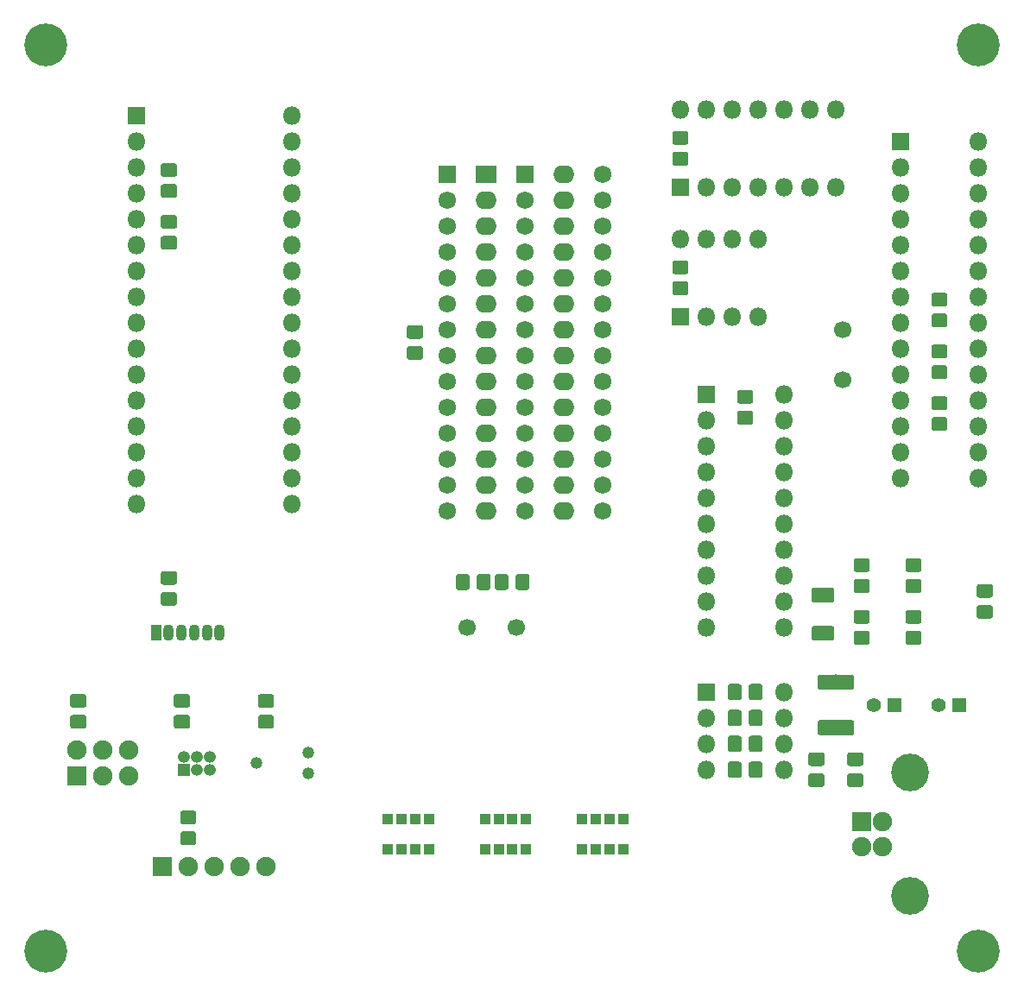
<source format=gbr>
G04 #@! TF.GenerationSoftware,KiCad,Pcbnew,(5.0.0)*
G04 #@! TF.CreationDate,2019-08-17T11:44:38-04:00*
G04 #@! TF.ProjectId,Multi Programmer,4D756C74692050726F6772616D6D6572,rev?*
G04 #@! TF.SameCoordinates,Original*
G04 #@! TF.FileFunction,Soldermask,Bot*
G04 #@! TF.FilePolarity,Negative*
%FSLAX46Y46*%
G04 Gerber Fmt 4.6, Leading zero omitted, Abs format (unit mm)*
G04 Created by KiCad (PCBNEW (5.0.0)) date 08/17/19 11:44:38*
%MOMM*%
%LPD*%
G01*
G04 APERTURE LIST*
%ADD10C,0.100000*%
%ADD11C,1.350000*%
%ADD12C,1.700000*%
%ADD13R,1.800000X1.800000*%
%ADD14O,1.800000X1.800000*%
%ADD15R,1.100000X1.100000*%
%ADD16C,1.450000*%
%ADD17R,1.400000X1.400000*%
%ADD18C,1.400000*%
%ADD19C,1.500000*%
%ADD20R,1.900000X1.900000*%
%ADD21O,1.900000X1.900000*%
%ADD22C,1.190600*%
%ADD23R,1.100000X1.600000*%
%ADD24O,1.100000X1.600000*%
%ADD25R,1.200000X1.200000*%
%ADD26O,1.200000X1.200000*%
%ADD27R,2.000000X1.724000*%
%ADD28O,2.100000X1.724000*%
%ADD29R,1.724000X1.724000*%
%ADD30C,1.724000*%
%ADD31C,1.900000*%
%ADD32C,3.700000*%
%ADD33C,4.200000*%
G04 APERTURE END LIST*
D10*
G04 #@! TO.C,C25*
G36*
X152565289Y-106516413D02*
X152593778Y-106520639D01*
X152621715Y-106527637D01*
X152648832Y-106537340D01*
X152674867Y-106549653D01*
X152699570Y-106564460D01*
X152722703Y-106581616D01*
X152744043Y-106600957D01*
X152763384Y-106622297D01*
X152780540Y-106645430D01*
X152795347Y-106670133D01*
X152807660Y-106696168D01*
X152817363Y-106723285D01*
X152824361Y-106751222D01*
X152828587Y-106779711D01*
X152830000Y-106808477D01*
X152830000Y-107821523D01*
X152828587Y-107850289D01*
X152824361Y-107878778D01*
X152817363Y-107906715D01*
X152807660Y-107933832D01*
X152795347Y-107959867D01*
X152780540Y-107984570D01*
X152763384Y-108007703D01*
X152744043Y-108029043D01*
X152722703Y-108048384D01*
X152699570Y-108065540D01*
X152674867Y-108080347D01*
X152648832Y-108092660D01*
X152621715Y-108102363D01*
X152593778Y-108109361D01*
X152565289Y-108113587D01*
X152536523Y-108115000D01*
X151773477Y-108115000D01*
X151744711Y-108113587D01*
X151716222Y-108109361D01*
X151688285Y-108102363D01*
X151661168Y-108092660D01*
X151635133Y-108080347D01*
X151610430Y-108065540D01*
X151587297Y-108048384D01*
X151565957Y-108029043D01*
X151546616Y-108007703D01*
X151529460Y-107984570D01*
X151514653Y-107959867D01*
X151502340Y-107933832D01*
X151492637Y-107906715D01*
X151485639Y-107878778D01*
X151481413Y-107850289D01*
X151480000Y-107821523D01*
X151480000Y-106808477D01*
X151481413Y-106779711D01*
X151485639Y-106751222D01*
X151492637Y-106723285D01*
X151502340Y-106696168D01*
X151514653Y-106670133D01*
X151529460Y-106645430D01*
X151546616Y-106622297D01*
X151565957Y-106600957D01*
X151587297Y-106581616D01*
X151610430Y-106564460D01*
X151635133Y-106549653D01*
X151661168Y-106537340D01*
X151688285Y-106527637D01*
X151716222Y-106520639D01*
X151744711Y-106516413D01*
X151773477Y-106515000D01*
X152536523Y-106515000D01*
X152565289Y-106516413D01*
X152565289Y-106516413D01*
G37*
D11*
X152155000Y-107315000D03*
D10*
G36*
X150515289Y-106516413D02*
X150543778Y-106520639D01*
X150571715Y-106527637D01*
X150598832Y-106537340D01*
X150624867Y-106549653D01*
X150649570Y-106564460D01*
X150672703Y-106581616D01*
X150694043Y-106600957D01*
X150713384Y-106622297D01*
X150730540Y-106645430D01*
X150745347Y-106670133D01*
X150757660Y-106696168D01*
X150767363Y-106723285D01*
X150774361Y-106751222D01*
X150778587Y-106779711D01*
X150780000Y-106808477D01*
X150780000Y-107821523D01*
X150778587Y-107850289D01*
X150774361Y-107878778D01*
X150767363Y-107906715D01*
X150757660Y-107933832D01*
X150745347Y-107959867D01*
X150730540Y-107984570D01*
X150713384Y-108007703D01*
X150694043Y-108029043D01*
X150672703Y-108048384D01*
X150649570Y-108065540D01*
X150624867Y-108080347D01*
X150598832Y-108092660D01*
X150571715Y-108102363D01*
X150543778Y-108109361D01*
X150515289Y-108113587D01*
X150486523Y-108115000D01*
X149723477Y-108115000D01*
X149694711Y-108113587D01*
X149666222Y-108109361D01*
X149638285Y-108102363D01*
X149611168Y-108092660D01*
X149585133Y-108080347D01*
X149560430Y-108065540D01*
X149537297Y-108048384D01*
X149515957Y-108029043D01*
X149496616Y-108007703D01*
X149479460Y-107984570D01*
X149464653Y-107959867D01*
X149452340Y-107933832D01*
X149442637Y-107906715D01*
X149435639Y-107878778D01*
X149431413Y-107850289D01*
X149430000Y-107821523D01*
X149430000Y-106808477D01*
X149431413Y-106779711D01*
X149435639Y-106751222D01*
X149442637Y-106723285D01*
X149452340Y-106696168D01*
X149464653Y-106670133D01*
X149479460Y-106645430D01*
X149496616Y-106622297D01*
X149515957Y-106600957D01*
X149537297Y-106581616D01*
X149560430Y-106564460D01*
X149585133Y-106549653D01*
X149611168Y-106537340D01*
X149638285Y-106527637D01*
X149666222Y-106520639D01*
X149694711Y-106516413D01*
X149723477Y-106515000D01*
X150486523Y-106515000D01*
X150515289Y-106516413D01*
X150515289Y-106516413D01*
G37*
D11*
X150105000Y-107315000D03*
G04 #@! TD*
D10*
G04 #@! TO.C,C24*
G36*
X148755289Y-106516413D02*
X148783778Y-106520639D01*
X148811715Y-106527637D01*
X148838832Y-106537340D01*
X148864867Y-106549653D01*
X148889570Y-106564460D01*
X148912703Y-106581616D01*
X148934043Y-106600957D01*
X148953384Y-106622297D01*
X148970540Y-106645430D01*
X148985347Y-106670133D01*
X148997660Y-106696168D01*
X149007363Y-106723285D01*
X149014361Y-106751222D01*
X149018587Y-106779711D01*
X149020000Y-106808477D01*
X149020000Y-107821523D01*
X149018587Y-107850289D01*
X149014361Y-107878778D01*
X149007363Y-107906715D01*
X148997660Y-107933832D01*
X148985347Y-107959867D01*
X148970540Y-107984570D01*
X148953384Y-108007703D01*
X148934043Y-108029043D01*
X148912703Y-108048384D01*
X148889570Y-108065540D01*
X148864867Y-108080347D01*
X148838832Y-108092660D01*
X148811715Y-108102363D01*
X148783778Y-108109361D01*
X148755289Y-108113587D01*
X148726523Y-108115000D01*
X147963477Y-108115000D01*
X147934711Y-108113587D01*
X147906222Y-108109361D01*
X147878285Y-108102363D01*
X147851168Y-108092660D01*
X147825133Y-108080347D01*
X147800430Y-108065540D01*
X147777297Y-108048384D01*
X147755957Y-108029043D01*
X147736616Y-108007703D01*
X147719460Y-107984570D01*
X147704653Y-107959867D01*
X147692340Y-107933832D01*
X147682637Y-107906715D01*
X147675639Y-107878778D01*
X147671413Y-107850289D01*
X147670000Y-107821523D01*
X147670000Y-106808477D01*
X147671413Y-106779711D01*
X147675639Y-106751222D01*
X147682637Y-106723285D01*
X147692340Y-106696168D01*
X147704653Y-106670133D01*
X147719460Y-106645430D01*
X147736616Y-106622297D01*
X147755957Y-106600957D01*
X147777297Y-106581616D01*
X147800430Y-106564460D01*
X147825133Y-106549653D01*
X147851168Y-106537340D01*
X147878285Y-106527637D01*
X147906222Y-106520639D01*
X147934711Y-106516413D01*
X147963477Y-106515000D01*
X148726523Y-106515000D01*
X148755289Y-106516413D01*
X148755289Y-106516413D01*
G37*
D11*
X148345000Y-107315000D03*
D10*
G36*
X146705289Y-106516413D02*
X146733778Y-106520639D01*
X146761715Y-106527637D01*
X146788832Y-106537340D01*
X146814867Y-106549653D01*
X146839570Y-106564460D01*
X146862703Y-106581616D01*
X146884043Y-106600957D01*
X146903384Y-106622297D01*
X146920540Y-106645430D01*
X146935347Y-106670133D01*
X146947660Y-106696168D01*
X146957363Y-106723285D01*
X146964361Y-106751222D01*
X146968587Y-106779711D01*
X146970000Y-106808477D01*
X146970000Y-107821523D01*
X146968587Y-107850289D01*
X146964361Y-107878778D01*
X146957363Y-107906715D01*
X146947660Y-107933832D01*
X146935347Y-107959867D01*
X146920540Y-107984570D01*
X146903384Y-108007703D01*
X146884043Y-108029043D01*
X146862703Y-108048384D01*
X146839570Y-108065540D01*
X146814867Y-108080347D01*
X146788832Y-108092660D01*
X146761715Y-108102363D01*
X146733778Y-108109361D01*
X146705289Y-108113587D01*
X146676523Y-108115000D01*
X145913477Y-108115000D01*
X145884711Y-108113587D01*
X145856222Y-108109361D01*
X145828285Y-108102363D01*
X145801168Y-108092660D01*
X145775133Y-108080347D01*
X145750430Y-108065540D01*
X145727297Y-108048384D01*
X145705957Y-108029043D01*
X145686616Y-108007703D01*
X145669460Y-107984570D01*
X145654653Y-107959867D01*
X145642340Y-107933832D01*
X145632637Y-107906715D01*
X145625639Y-107878778D01*
X145621413Y-107850289D01*
X145620000Y-107821523D01*
X145620000Y-106808477D01*
X145621413Y-106779711D01*
X145625639Y-106751222D01*
X145632637Y-106723285D01*
X145642340Y-106696168D01*
X145654653Y-106670133D01*
X145669460Y-106645430D01*
X145686616Y-106622297D01*
X145705957Y-106600957D01*
X145727297Y-106581616D01*
X145750430Y-106564460D01*
X145775133Y-106549653D01*
X145801168Y-106537340D01*
X145828285Y-106527637D01*
X145856222Y-106520639D01*
X145884711Y-106516413D01*
X145913477Y-106515000D01*
X146676523Y-106515000D01*
X146705289Y-106516413D01*
X146705289Y-106516413D01*
G37*
D11*
X146295000Y-107315000D03*
G04 #@! TD*
D12*
G04 #@! TO.C,Y2*
X146685000Y-111760000D03*
X151585000Y-111760000D03*
G04 #@! TD*
D13*
G04 #@! TO.C,SK4*
X167640000Y-68580000D03*
D14*
X182880000Y-60960000D03*
X170180000Y-68580000D03*
X180340000Y-60960000D03*
X172720000Y-68580000D03*
X177800000Y-60960000D03*
X175260000Y-68580000D03*
X175260000Y-60960000D03*
X177800000Y-68580000D03*
X172720000Y-60960000D03*
X180340000Y-68580000D03*
X170180000Y-60960000D03*
X182880000Y-68580000D03*
X167640000Y-60960000D03*
G04 #@! TD*
D13*
G04 #@! TO.C,SK3*
X167640000Y-81280000D03*
D14*
X175260000Y-73660000D03*
X170180000Y-81280000D03*
X172720000Y-73660000D03*
X172720000Y-81280000D03*
X170180000Y-73660000D03*
X175260000Y-81280000D03*
X167640000Y-73660000D03*
G04 #@! TD*
D15*
G04 #@! TO.C,RN1*
X138970000Y-130580000D03*
X142970000Y-130580000D03*
X140310000Y-130580000D03*
X141630000Y-130580000D03*
X140310000Y-133580000D03*
X138970000Y-133580000D03*
X142970000Y-133580000D03*
X141630000Y-133580000D03*
G04 #@! TD*
G04 #@! TO.C,RN2*
X160680000Y-133580000D03*
X162020000Y-133580000D03*
X158020000Y-133580000D03*
X159360000Y-133580000D03*
X160680000Y-130580000D03*
X159360000Y-130580000D03*
X162020000Y-130580000D03*
X158020000Y-130580000D03*
G04 #@! TD*
G04 #@! TO.C,RN3*
X152495000Y-133580000D03*
X148495000Y-133580000D03*
X151155000Y-133580000D03*
X149835000Y-133580000D03*
X151155000Y-130580000D03*
X152495000Y-130580000D03*
X148495000Y-130580000D03*
X149835000Y-130580000D03*
G04 #@! TD*
D10*
G04 #@! TO.C,D11*
G36*
X182505971Y-111641089D02*
X182527929Y-111644346D01*
X182549462Y-111649740D01*
X182570363Y-111657218D01*
X182590430Y-111666709D01*
X182609470Y-111678122D01*
X182627300Y-111691345D01*
X182643748Y-111706252D01*
X182658655Y-111722700D01*
X182671878Y-111740530D01*
X182683291Y-111759570D01*
X182692782Y-111779637D01*
X182700260Y-111800538D01*
X182705654Y-111822071D01*
X182708911Y-111844029D01*
X182710000Y-111866200D01*
X182710000Y-112863800D01*
X182708911Y-112885971D01*
X182705654Y-112907929D01*
X182700260Y-112929462D01*
X182692782Y-112950363D01*
X182683291Y-112970430D01*
X182671878Y-112989470D01*
X182658655Y-113007300D01*
X182643748Y-113023748D01*
X182627300Y-113038655D01*
X182609470Y-113051878D01*
X182590430Y-113063291D01*
X182570363Y-113072782D01*
X182549462Y-113080260D01*
X182527929Y-113085654D01*
X182505971Y-113088911D01*
X182483800Y-113090000D01*
X180736200Y-113090000D01*
X180714029Y-113088911D01*
X180692071Y-113085654D01*
X180670538Y-113080260D01*
X180649637Y-113072782D01*
X180629570Y-113063291D01*
X180610530Y-113051878D01*
X180592700Y-113038655D01*
X180576252Y-113023748D01*
X180561345Y-113007300D01*
X180548122Y-112989470D01*
X180536709Y-112970430D01*
X180527218Y-112950363D01*
X180519740Y-112929462D01*
X180514346Y-112907929D01*
X180511089Y-112885971D01*
X180510000Y-112863800D01*
X180510000Y-111866200D01*
X180511089Y-111844029D01*
X180514346Y-111822071D01*
X180519740Y-111800538D01*
X180527218Y-111779637D01*
X180536709Y-111759570D01*
X180548122Y-111740530D01*
X180561345Y-111722700D01*
X180576252Y-111706252D01*
X180592700Y-111691345D01*
X180610530Y-111678122D01*
X180629570Y-111666709D01*
X180649637Y-111657218D01*
X180670538Y-111649740D01*
X180692071Y-111644346D01*
X180714029Y-111641089D01*
X180736200Y-111640000D01*
X182483800Y-111640000D01*
X182505971Y-111641089D01*
X182505971Y-111641089D01*
G37*
D16*
X181610000Y-112365000D03*
D10*
G36*
X182505971Y-107891089D02*
X182527929Y-107894346D01*
X182549462Y-107899740D01*
X182570363Y-107907218D01*
X182590430Y-107916709D01*
X182609470Y-107928122D01*
X182627300Y-107941345D01*
X182643748Y-107956252D01*
X182658655Y-107972700D01*
X182671878Y-107990530D01*
X182683291Y-108009570D01*
X182692782Y-108029637D01*
X182700260Y-108050538D01*
X182705654Y-108072071D01*
X182708911Y-108094029D01*
X182710000Y-108116200D01*
X182710000Y-109113800D01*
X182708911Y-109135971D01*
X182705654Y-109157929D01*
X182700260Y-109179462D01*
X182692782Y-109200363D01*
X182683291Y-109220430D01*
X182671878Y-109239470D01*
X182658655Y-109257300D01*
X182643748Y-109273748D01*
X182627300Y-109288655D01*
X182609470Y-109301878D01*
X182590430Y-109313291D01*
X182570363Y-109322782D01*
X182549462Y-109330260D01*
X182527929Y-109335654D01*
X182505971Y-109338911D01*
X182483800Y-109340000D01*
X180736200Y-109340000D01*
X180714029Y-109338911D01*
X180692071Y-109335654D01*
X180670538Y-109330260D01*
X180649637Y-109322782D01*
X180629570Y-109313291D01*
X180610530Y-109301878D01*
X180592700Y-109288655D01*
X180576252Y-109273748D01*
X180561345Y-109257300D01*
X180548122Y-109239470D01*
X180536709Y-109220430D01*
X180527218Y-109200363D01*
X180519740Y-109179462D01*
X180514346Y-109157929D01*
X180511089Y-109135971D01*
X180510000Y-109113800D01*
X180510000Y-108116200D01*
X180511089Y-108094029D01*
X180514346Y-108072071D01*
X180519740Y-108050538D01*
X180527218Y-108029637D01*
X180536709Y-108009570D01*
X180548122Y-107990530D01*
X180561345Y-107972700D01*
X180576252Y-107956252D01*
X180592700Y-107941345D01*
X180610530Y-107928122D01*
X180629570Y-107916709D01*
X180649637Y-107907218D01*
X180670538Y-107899740D01*
X180692071Y-107894346D01*
X180714029Y-107891089D01*
X180736200Y-107890000D01*
X182483800Y-107890000D01*
X182505971Y-107891089D01*
X182505971Y-107891089D01*
G37*
D16*
X181610000Y-108615000D03*
G04 #@! TD*
D10*
G04 #@! TO.C,C23*
G36*
X118010289Y-106251413D02*
X118038778Y-106255639D01*
X118066715Y-106262637D01*
X118093832Y-106272340D01*
X118119867Y-106284653D01*
X118144570Y-106299460D01*
X118167703Y-106316616D01*
X118189043Y-106335957D01*
X118208384Y-106357297D01*
X118225540Y-106380430D01*
X118240347Y-106405133D01*
X118252660Y-106431168D01*
X118262363Y-106458285D01*
X118269361Y-106486222D01*
X118273587Y-106514711D01*
X118275000Y-106543477D01*
X118275000Y-107306523D01*
X118273587Y-107335289D01*
X118269361Y-107363778D01*
X118262363Y-107391715D01*
X118252660Y-107418832D01*
X118240347Y-107444867D01*
X118225540Y-107469570D01*
X118208384Y-107492703D01*
X118189043Y-107514043D01*
X118167703Y-107533384D01*
X118144570Y-107550540D01*
X118119867Y-107565347D01*
X118093832Y-107577660D01*
X118066715Y-107587363D01*
X118038778Y-107594361D01*
X118010289Y-107598587D01*
X117981523Y-107600000D01*
X116968477Y-107600000D01*
X116939711Y-107598587D01*
X116911222Y-107594361D01*
X116883285Y-107587363D01*
X116856168Y-107577660D01*
X116830133Y-107565347D01*
X116805430Y-107550540D01*
X116782297Y-107533384D01*
X116760957Y-107514043D01*
X116741616Y-107492703D01*
X116724460Y-107469570D01*
X116709653Y-107444867D01*
X116697340Y-107418832D01*
X116687637Y-107391715D01*
X116680639Y-107363778D01*
X116676413Y-107335289D01*
X116675000Y-107306523D01*
X116675000Y-106543477D01*
X116676413Y-106514711D01*
X116680639Y-106486222D01*
X116687637Y-106458285D01*
X116697340Y-106431168D01*
X116709653Y-106405133D01*
X116724460Y-106380430D01*
X116741616Y-106357297D01*
X116760957Y-106335957D01*
X116782297Y-106316616D01*
X116805430Y-106299460D01*
X116830133Y-106284653D01*
X116856168Y-106272340D01*
X116883285Y-106262637D01*
X116911222Y-106255639D01*
X116939711Y-106251413D01*
X116968477Y-106250000D01*
X117981523Y-106250000D01*
X118010289Y-106251413D01*
X118010289Y-106251413D01*
G37*
D11*
X117475000Y-106925000D03*
D10*
G36*
X118010289Y-108301413D02*
X118038778Y-108305639D01*
X118066715Y-108312637D01*
X118093832Y-108322340D01*
X118119867Y-108334653D01*
X118144570Y-108349460D01*
X118167703Y-108366616D01*
X118189043Y-108385957D01*
X118208384Y-108407297D01*
X118225540Y-108430430D01*
X118240347Y-108455133D01*
X118252660Y-108481168D01*
X118262363Y-108508285D01*
X118269361Y-108536222D01*
X118273587Y-108564711D01*
X118275000Y-108593477D01*
X118275000Y-109356523D01*
X118273587Y-109385289D01*
X118269361Y-109413778D01*
X118262363Y-109441715D01*
X118252660Y-109468832D01*
X118240347Y-109494867D01*
X118225540Y-109519570D01*
X118208384Y-109542703D01*
X118189043Y-109564043D01*
X118167703Y-109583384D01*
X118144570Y-109600540D01*
X118119867Y-109615347D01*
X118093832Y-109627660D01*
X118066715Y-109637363D01*
X118038778Y-109644361D01*
X118010289Y-109648587D01*
X117981523Y-109650000D01*
X116968477Y-109650000D01*
X116939711Y-109648587D01*
X116911222Y-109644361D01*
X116883285Y-109637363D01*
X116856168Y-109627660D01*
X116830133Y-109615347D01*
X116805430Y-109600540D01*
X116782297Y-109583384D01*
X116760957Y-109564043D01*
X116741616Y-109542703D01*
X116724460Y-109519570D01*
X116709653Y-109494867D01*
X116697340Y-109468832D01*
X116687637Y-109441715D01*
X116680639Y-109413778D01*
X116676413Y-109385289D01*
X116675000Y-109356523D01*
X116675000Y-108593477D01*
X116676413Y-108564711D01*
X116680639Y-108536222D01*
X116687637Y-108508285D01*
X116697340Y-108481168D01*
X116709653Y-108455133D01*
X116724460Y-108430430D01*
X116741616Y-108407297D01*
X116760957Y-108385957D01*
X116782297Y-108366616D01*
X116805430Y-108349460D01*
X116830133Y-108334653D01*
X116856168Y-108322340D01*
X116883285Y-108312637D01*
X116911222Y-108305639D01*
X116939711Y-108301413D01*
X116968477Y-108300000D01*
X117981523Y-108300000D01*
X118010289Y-108301413D01*
X118010289Y-108301413D01*
G37*
D11*
X117475000Y-108975000D03*
G04 #@! TD*
D10*
G04 #@! TO.C,C19*
G36*
X109120289Y-120366413D02*
X109148778Y-120370639D01*
X109176715Y-120377637D01*
X109203832Y-120387340D01*
X109229867Y-120399653D01*
X109254570Y-120414460D01*
X109277703Y-120431616D01*
X109299043Y-120450957D01*
X109318384Y-120472297D01*
X109335540Y-120495430D01*
X109350347Y-120520133D01*
X109362660Y-120546168D01*
X109372363Y-120573285D01*
X109379361Y-120601222D01*
X109383587Y-120629711D01*
X109385000Y-120658477D01*
X109385000Y-121421523D01*
X109383587Y-121450289D01*
X109379361Y-121478778D01*
X109372363Y-121506715D01*
X109362660Y-121533832D01*
X109350347Y-121559867D01*
X109335540Y-121584570D01*
X109318384Y-121607703D01*
X109299043Y-121629043D01*
X109277703Y-121648384D01*
X109254570Y-121665540D01*
X109229867Y-121680347D01*
X109203832Y-121692660D01*
X109176715Y-121702363D01*
X109148778Y-121709361D01*
X109120289Y-121713587D01*
X109091523Y-121715000D01*
X108078477Y-121715000D01*
X108049711Y-121713587D01*
X108021222Y-121709361D01*
X107993285Y-121702363D01*
X107966168Y-121692660D01*
X107940133Y-121680347D01*
X107915430Y-121665540D01*
X107892297Y-121648384D01*
X107870957Y-121629043D01*
X107851616Y-121607703D01*
X107834460Y-121584570D01*
X107819653Y-121559867D01*
X107807340Y-121533832D01*
X107797637Y-121506715D01*
X107790639Y-121478778D01*
X107786413Y-121450289D01*
X107785000Y-121421523D01*
X107785000Y-120658477D01*
X107786413Y-120629711D01*
X107790639Y-120601222D01*
X107797637Y-120573285D01*
X107807340Y-120546168D01*
X107819653Y-120520133D01*
X107834460Y-120495430D01*
X107851616Y-120472297D01*
X107870957Y-120450957D01*
X107892297Y-120431616D01*
X107915430Y-120414460D01*
X107940133Y-120399653D01*
X107966168Y-120387340D01*
X107993285Y-120377637D01*
X108021222Y-120370639D01*
X108049711Y-120366413D01*
X108078477Y-120365000D01*
X109091523Y-120365000D01*
X109120289Y-120366413D01*
X109120289Y-120366413D01*
G37*
D11*
X108585000Y-121040000D03*
D10*
G36*
X109120289Y-118316413D02*
X109148778Y-118320639D01*
X109176715Y-118327637D01*
X109203832Y-118337340D01*
X109229867Y-118349653D01*
X109254570Y-118364460D01*
X109277703Y-118381616D01*
X109299043Y-118400957D01*
X109318384Y-118422297D01*
X109335540Y-118445430D01*
X109350347Y-118470133D01*
X109362660Y-118496168D01*
X109372363Y-118523285D01*
X109379361Y-118551222D01*
X109383587Y-118579711D01*
X109385000Y-118608477D01*
X109385000Y-119371523D01*
X109383587Y-119400289D01*
X109379361Y-119428778D01*
X109372363Y-119456715D01*
X109362660Y-119483832D01*
X109350347Y-119509867D01*
X109335540Y-119534570D01*
X109318384Y-119557703D01*
X109299043Y-119579043D01*
X109277703Y-119598384D01*
X109254570Y-119615540D01*
X109229867Y-119630347D01*
X109203832Y-119642660D01*
X109176715Y-119652363D01*
X109148778Y-119659361D01*
X109120289Y-119663587D01*
X109091523Y-119665000D01*
X108078477Y-119665000D01*
X108049711Y-119663587D01*
X108021222Y-119659361D01*
X107993285Y-119652363D01*
X107966168Y-119642660D01*
X107940133Y-119630347D01*
X107915430Y-119615540D01*
X107892297Y-119598384D01*
X107870957Y-119579043D01*
X107851616Y-119557703D01*
X107834460Y-119534570D01*
X107819653Y-119509867D01*
X107807340Y-119483832D01*
X107797637Y-119456715D01*
X107790639Y-119428778D01*
X107786413Y-119400289D01*
X107785000Y-119371523D01*
X107785000Y-118608477D01*
X107786413Y-118579711D01*
X107790639Y-118551222D01*
X107797637Y-118523285D01*
X107807340Y-118496168D01*
X107819653Y-118470133D01*
X107834460Y-118445430D01*
X107851616Y-118422297D01*
X107870957Y-118400957D01*
X107892297Y-118381616D01*
X107915430Y-118364460D01*
X107940133Y-118349653D01*
X107966168Y-118337340D01*
X107993285Y-118327637D01*
X108021222Y-118320639D01*
X108049711Y-118316413D01*
X108078477Y-118315000D01*
X109091523Y-118315000D01*
X109120289Y-118316413D01*
X109120289Y-118316413D01*
G37*
D11*
X108585000Y-118990000D03*
G04 #@! TD*
D10*
G04 #@! TO.C,C21*
G36*
X127535289Y-118316413D02*
X127563778Y-118320639D01*
X127591715Y-118327637D01*
X127618832Y-118337340D01*
X127644867Y-118349653D01*
X127669570Y-118364460D01*
X127692703Y-118381616D01*
X127714043Y-118400957D01*
X127733384Y-118422297D01*
X127750540Y-118445430D01*
X127765347Y-118470133D01*
X127777660Y-118496168D01*
X127787363Y-118523285D01*
X127794361Y-118551222D01*
X127798587Y-118579711D01*
X127800000Y-118608477D01*
X127800000Y-119371523D01*
X127798587Y-119400289D01*
X127794361Y-119428778D01*
X127787363Y-119456715D01*
X127777660Y-119483832D01*
X127765347Y-119509867D01*
X127750540Y-119534570D01*
X127733384Y-119557703D01*
X127714043Y-119579043D01*
X127692703Y-119598384D01*
X127669570Y-119615540D01*
X127644867Y-119630347D01*
X127618832Y-119642660D01*
X127591715Y-119652363D01*
X127563778Y-119659361D01*
X127535289Y-119663587D01*
X127506523Y-119665000D01*
X126493477Y-119665000D01*
X126464711Y-119663587D01*
X126436222Y-119659361D01*
X126408285Y-119652363D01*
X126381168Y-119642660D01*
X126355133Y-119630347D01*
X126330430Y-119615540D01*
X126307297Y-119598384D01*
X126285957Y-119579043D01*
X126266616Y-119557703D01*
X126249460Y-119534570D01*
X126234653Y-119509867D01*
X126222340Y-119483832D01*
X126212637Y-119456715D01*
X126205639Y-119428778D01*
X126201413Y-119400289D01*
X126200000Y-119371523D01*
X126200000Y-118608477D01*
X126201413Y-118579711D01*
X126205639Y-118551222D01*
X126212637Y-118523285D01*
X126222340Y-118496168D01*
X126234653Y-118470133D01*
X126249460Y-118445430D01*
X126266616Y-118422297D01*
X126285957Y-118400957D01*
X126307297Y-118381616D01*
X126330430Y-118364460D01*
X126355133Y-118349653D01*
X126381168Y-118337340D01*
X126408285Y-118327637D01*
X126436222Y-118320639D01*
X126464711Y-118316413D01*
X126493477Y-118315000D01*
X127506523Y-118315000D01*
X127535289Y-118316413D01*
X127535289Y-118316413D01*
G37*
D11*
X127000000Y-118990000D03*
D10*
G36*
X127535289Y-120366413D02*
X127563778Y-120370639D01*
X127591715Y-120377637D01*
X127618832Y-120387340D01*
X127644867Y-120399653D01*
X127669570Y-120414460D01*
X127692703Y-120431616D01*
X127714043Y-120450957D01*
X127733384Y-120472297D01*
X127750540Y-120495430D01*
X127765347Y-120520133D01*
X127777660Y-120546168D01*
X127787363Y-120573285D01*
X127794361Y-120601222D01*
X127798587Y-120629711D01*
X127800000Y-120658477D01*
X127800000Y-121421523D01*
X127798587Y-121450289D01*
X127794361Y-121478778D01*
X127787363Y-121506715D01*
X127777660Y-121533832D01*
X127765347Y-121559867D01*
X127750540Y-121584570D01*
X127733384Y-121607703D01*
X127714043Y-121629043D01*
X127692703Y-121648384D01*
X127669570Y-121665540D01*
X127644867Y-121680347D01*
X127618832Y-121692660D01*
X127591715Y-121702363D01*
X127563778Y-121709361D01*
X127535289Y-121713587D01*
X127506523Y-121715000D01*
X126493477Y-121715000D01*
X126464711Y-121713587D01*
X126436222Y-121709361D01*
X126408285Y-121702363D01*
X126381168Y-121692660D01*
X126355133Y-121680347D01*
X126330430Y-121665540D01*
X126307297Y-121648384D01*
X126285957Y-121629043D01*
X126266616Y-121607703D01*
X126249460Y-121584570D01*
X126234653Y-121559867D01*
X126222340Y-121533832D01*
X126212637Y-121506715D01*
X126205639Y-121478778D01*
X126201413Y-121450289D01*
X126200000Y-121421523D01*
X126200000Y-120658477D01*
X126201413Y-120629711D01*
X126205639Y-120601222D01*
X126212637Y-120573285D01*
X126222340Y-120546168D01*
X126234653Y-120520133D01*
X126249460Y-120495430D01*
X126266616Y-120472297D01*
X126285957Y-120450957D01*
X126307297Y-120431616D01*
X126330430Y-120414460D01*
X126355133Y-120399653D01*
X126381168Y-120387340D01*
X126408285Y-120377637D01*
X126436222Y-120370639D01*
X126464711Y-120366413D01*
X126493477Y-120365000D01*
X127506523Y-120365000D01*
X127535289Y-120366413D01*
X127535289Y-120366413D01*
G37*
D11*
X127000000Y-121040000D03*
G04 #@! TD*
D10*
G04 #@! TO.C,C22*
G36*
X119915289Y-131796413D02*
X119943778Y-131800639D01*
X119971715Y-131807637D01*
X119998832Y-131817340D01*
X120024867Y-131829653D01*
X120049570Y-131844460D01*
X120072703Y-131861616D01*
X120094043Y-131880957D01*
X120113384Y-131902297D01*
X120130540Y-131925430D01*
X120145347Y-131950133D01*
X120157660Y-131976168D01*
X120167363Y-132003285D01*
X120174361Y-132031222D01*
X120178587Y-132059711D01*
X120180000Y-132088477D01*
X120180000Y-132851523D01*
X120178587Y-132880289D01*
X120174361Y-132908778D01*
X120167363Y-132936715D01*
X120157660Y-132963832D01*
X120145347Y-132989867D01*
X120130540Y-133014570D01*
X120113384Y-133037703D01*
X120094043Y-133059043D01*
X120072703Y-133078384D01*
X120049570Y-133095540D01*
X120024867Y-133110347D01*
X119998832Y-133122660D01*
X119971715Y-133132363D01*
X119943778Y-133139361D01*
X119915289Y-133143587D01*
X119886523Y-133145000D01*
X118873477Y-133145000D01*
X118844711Y-133143587D01*
X118816222Y-133139361D01*
X118788285Y-133132363D01*
X118761168Y-133122660D01*
X118735133Y-133110347D01*
X118710430Y-133095540D01*
X118687297Y-133078384D01*
X118665957Y-133059043D01*
X118646616Y-133037703D01*
X118629460Y-133014570D01*
X118614653Y-132989867D01*
X118602340Y-132963832D01*
X118592637Y-132936715D01*
X118585639Y-132908778D01*
X118581413Y-132880289D01*
X118580000Y-132851523D01*
X118580000Y-132088477D01*
X118581413Y-132059711D01*
X118585639Y-132031222D01*
X118592637Y-132003285D01*
X118602340Y-131976168D01*
X118614653Y-131950133D01*
X118629460Y-131925430D01*
X118646616Y-131902297D01*
X118665957Y-131880957D01*
X118687297Y-131861616D01*
X118710430Y-131844460D01*
X118735133Y-131829653D01*
X118761168Y-131817340D01*
X118788285Y-131807637D01*
X118816222Y-131800639D01*
X118844711Y-131796413D01*
X118873477Y-131795000D01*
X119886523Y-131795000D01*
X119915289Y-131796413D01*
X119915289Y-131796413D01*
G37*
D11*
X119380000Y-132470000D03*
D10*
G36*
X119915289Y-129746413D02*
X119943778Y-129750639D01*
X119971715Y-129757637D01*
X119998832Y-129767340D01*
X120024867Y-129779653D01*
X120049570Y-129794460D01*
X120072703Y-129811616D01*
X120094043Y-129830957D01*
X120113384Y-129852297D01*
X120130540Y-129875430D01*
X120145347Y-129900133D01*
X120157660Y-129926168D01*
X120167363Y-129953285D01*
X120174361Y-129981222D01*
X120178587Y-130009711D01*
X120180000Y-130038477D01*
X120180000Y-130801523D01*
X120178587Y-130830289D01*
X120174361Y-130858778D01*
X120167363Y-130886715D01*
X120157660Y-130913832D01*
X120145347Y-130939867D01*
X120130540Y-130964570D01*
X120113384Y-130987703D01*
X120094043Y-131009043D01*
X120072703Y-131028384D01*
X120049570Y-131045540D01*
X120024867Y-131060347D01*
X119998832Y-131072660D01*
X119971715Y-131082363D01*
X119943778Y-131089361D01*
X119915289Y-131093587D01*
X119886523Y-131095000D01*
X118873477Y-131095000D01*
X118844711Y-131093587D01*
X118816222Y-131089361D01*
X118788285Y-131082363D01*
X118761168Y-131072660D01*
X118735133Y-131060347D01*
X118710430Y-131045540D01*
X118687297Y-131028384D01*
X118665957Y-131009043D01*
X118646616Y-130987703D01*
X118629460Y-130964570D01*
X118614653Y-130939867D01*
X118602340Y-130913832D01*
X118592637Y-130886715D01*
X118585639Y-130858778D01*
X118581413Y-130830289D01*
X118580000Y-130801523D01*
X118580000Y-130038477D01*
X118581413Y-130009711D01*
X118585639Y-129981222D01*
X118592637Y-129953285D01*
X118602340Y-129926168D01*
X118614653Y-129900133D01*
X118629460Y-129875430D01*
X118646616Y-129852297D01*
X118665957Y-129830957D01*
X118687297Y-129811616D01*
X118710430Y-129794460D01*
X118735133Y-129779653D01*
X118761168Y-129767340D01*
X118788285Y-129757637D01*
X118816222Y-129750639D01*
X118844711Y-129746413D01*
X118873477Y-129745000D01*
X119886523Y-129745000D01*
X119915289Y-129746413D01*
X119915289Y-129746413D01*
G37*
D11*
X119380000Y-130420000D03*
G04 #@! TD*
D10*
G04 #@! TO.C,C20*
G36*
X119280289Y-118316413D02*
X119308778Y-118320639D01*
X119336715Y-118327637D01*
X119363832Y-118337340D01*
X119389867Y-118349653D01*
X119414570Y-118364460D01*
X119437703Y-118381616D01*
X119459043Y-118400957D01*
X119478384Y-118422297D01*
X119495540Y-118445430D01*
X119510347Y-118470133D01*
X119522660Y-118496168D01*
X119532363Y-118523285D01*
X119539361Y-118551222D01*
X119543587Y-118579711D01*
X119545000Y-118608477D01*
X119545000Y-119371523D01*
X119543587Y-119400289D01*
X119539361Y-119428778D01*
X119532363Y-119456715D01*
X119522660Y-119483832D01*
X119510347Y-119509867D01*
X119495540Y-119534570D01*
X119478384Y-119557703D01*
X119459043Y-119579043D01*
X119437703Y-119598384D01*
X119414570Y-119615540D01*
X119389867Y-119630347D01*
X119363832Y-119642660D01*
X119336715Y-119652363D01*
X119308778Y-119659361D01*
X119280289Y-119663587D01*
X119251523Y-119665000D01*
X118238477Y-119665000D01*
X118209711Y-119663587D01*
X118181222Y-119659361D01*
X118153285Y-119652363D01*
X118126168Y-119642660D01*
X118100133Y-119630347D01*
X118075430Y-119615540D01*
X118052297Y-119598384D01*
X118030957Y-119579043D01*
X118011616Y-119557703D01*
X117994460Y-119534570D01*
X117979653Y-119509867D01*
X117967340Y-119483832D01*
X117957637Y-119456715D01*
X117950639Y-119428778D01*
X117946413Y-119400289D01*
X117945000Y-119371523D01*
X117945000Y-118608477D01*
X117946413Y-118579711D01*
X117950639Y-118551222D01*
X117957637Y-118523285D01*
X117967340Y-118496168D01*
X117979653Y-118470133D01*
X117994460Y-118445430D01*
X118011616Y-118422297D01*
X118030957Y-118400957D01*
X118052297Y-118381616D01*
X118075430Y-118364460D01*
X118100133Y-118349653D01*
X118126168Y-118337340D01*
X118153285Y-118327637D01*
X118181222Y-118320639D01*
X118209711Y-118316413D01*
X118238477Y-118315000D01*
X119251523Y-118315000D01*
X119280289Y-118316413D01*
X119280289Y-118316413D01*
G37*
D11*
X118745000Y-118990000D03*
D10*
G36*
X119280289Y-120366413D02*
X119308778Y-120370639D01*
X119336715Y-120377637D01*
X119363832Y-120387340D01*
X119389867Y-120399653D01*
X119414570Y-120414460D01*
X119437703Y-120431616D01*
X119459043Y-120450957D01*
X119478384Y-120472297D01*
X119495540Y-120495430D01*
X119510347Y-120520133D01*
X119522660Y-120546168D01*
X119532363Y-120573285D01*
X119539361Y-120601222D01*
X119543587Y-120629711D01*
X119545000Y-120658477D01*
X119545000Y-121421523D01*
X119543587Y-121450289D01*
X119539361Y-121478778D01*
X119532363Y-121506715D01*
X119522660Y-121533832D01*
X119510347Y-121559867D01*
X119495540Y-121584570D01*
X119478384Y-121607703D01*
X119459043Y-121629043D01*
X119437703Y-121648384D01*
X119414570Y-121665540D01*
X119389867Y-121680347D01*
X119363832Y-121692660D01*
X119336715Y-121702363D01*
X119308778Y-121709361D01*
X119280289Y-121713587D01*
X119251523Y-121715000D01*
X118238477Y-121715000D01*
X118209711Y-121713587D01*
X118181222Y-121709361D01*
X118153285Y-121702363D01*
X118126168Y-121692660D01*
X118100133Y-121680347D01*
X118075430Y-121665540D01*
X118052297Y-121648384D01*
X118030957Y-121629043D01*
X118011616Y-121607703D01*
X117994460Y-121584570D01*
X117979653Y-121559867D01*
X117967340Y-121533832D01*
X117957637Y-121506715D01*
X117950639Y-121478778D01*
X117946413Y-121450289D01*
X117945000Y-121421523D01*
X117945000Y-120658477D01*
X117946413Y-120629711D01*
X117950639Y-120601222D01*
X117957637Y-120573285D01*
X117967340Y-120546168D01*
X117979653Y-120520133D01*
X117994460Y-120495430D01*
X118011616Y-120472297D01*
X118030957Y-120450957D01*
X118052297Y-120431616D01*
X118075430Y-120414460D01*
X118100133Y-120399653D01*
X118126168Y-120387340D01*
X118153285Y-120377637D01*
X118181222Y-120370639D01*
X118209711Y-120366413D01*
X118238477Y-120365000D01*
X119251523Y-120365000D01*
X119280289Y-120366413D01*
X119280289Y-120366413D01*
G37*
D11*
X118745000Y-121040000D03*
G04 #@! TD*
D10*
G04 #@! TO.C,C18*
G36*
X118010289Y-71326413D02*
X118038778Y-71330639D01*
X118066715Y-71337637D01*
X118093832Y-71347340D01*
X118119867Y-71359653D01*
X118144570Y-71374460D01*
X118167703Y-71391616D01*
X118189043Y-71410957D01*
X118208384Y-71432297D01*
X118225540Y-71455430D01*
X118240347Y-71480133D01*
X118252660Y-71506168D01*
X118262363Y-71533285D01*
X118269361Y-71561222D01*
X118273587Y-71589711D01*
X118275000Y-71618477D01*
X118275000Y-72381523D01*
X118273587Y-72410289D01*
X118269361Y-72438778D01*
X118262363Y-72466715D01*
X118252660Y-72493832D01*
X118240347Y-72519867D01*
X118225540Y-72544570D01*
X118208384Y-72567703D01*
X118189043Y-72589043D01*
X118167703Y-72608384D01*
X118144570Y-72625540D01*
X118119867Y-72640347D01*
X118093832Y-72652660D01*
X118066715Y-72662363D01*
X118038778Y-72669361D01*
X118010289Y-72673587D01*
X117981523Y-72675000D01*
X116968477Y-72675000D01*
X116939711Y-72673587D01*
X116911222Y-72669361D01*
X116883285Y-72662363D01*
X116856168Y-72652660D01*
X116830133Y-72640347D01*
X116805430Y-72625540D01*
X116782297Y-72608384D01*
X116760957Y-72589043D01*
X116741616Y-72567703D01*
X116724460Y-72544570D01*
X116709653Y-72519867D01*
X116697340Y-72493832D01*
X116687637Y-72466715D01*
X116680639Y-72438778D01*
X116676413Y-72410289D01*
X116675000Y-72381523D01*
X116675000Y-71618477D01*
X116676413Y-71589711D01*
X116680639Y-71561222D01*
X116687637Y-71533285D01*
X116697340Y-71506168D01*
X116709653Y-71480133D01*
X116724460Y-71455430D01*
X116741616Y-71432297D01*
X116760957Y-71410957D01*
X116782297Y-71391616D01*
X116805430Y-71374460D01*
X116830133Y-71359653D01*
X116856168Y-71347340D01*
X116883285Y-71337637D01*
X116911222Y-71330639D01*
X116939711Y-71326413D01*
X116968477Y-71325000D01*
X117981523Y-71325000D01*
X118010289Y-71326413D01*
X118010289Y-71326413D01*
G37*
D11*
X117475000Y-72000000D03*
D10*
G36*
X118010289Y-73376413D02*
X118038778Y-73380639D01*
X118066715Y-73387637D01*
X118093832Y-73397340D01*
X118119867Y-73409653D01*
X118144570Y-73424460D01*
X118167703Y-73441616D01*
X118189043Y-73460957D01*
X118208384Y-73482297D01*
X118225540Y-73505430D01*
X118240347Y-73530133D01*
X118252660Y-73556168D01*
X118262363Y-73583285D01*
X118269361Y-73611222D01*
X118273587Y-73639711D01*
X118275000Y-73668477D01*
X118275000Y-74431523D01*
X118273587Y-74460289D01*
X118269361Y-74488778D01*
X118262363Y-74516715D01*
X118252660Y-74543832D01*
X118240347Y-74569867D01*
X118225540Y-74594570D01*
X118208384Y-74617703D01*
X118189043Y-74639043D01*
X118167703Y-74658384D01*
X118144570Y-74675540D01*
X118119867Y-74690347D01*
X118093832Y-74702660D01*
X118066715Y-74712363D01*
X118038778Y-74719361D01*
X118010289Y-74723587D01*
X117981523Y-74725000D01*
X116968477Y-74725000D01*
X116939711Y-74723587D01*
X116911222Y-74719361D01*
X116883285Y-74712363D01*
X116856168Y-74702660D01*
X116830133Y-74690347D01*
X116805430Y-74675540D01*
X116782297Y-74658384D01*
X116760957Y-74639043D01*
X116741616Y-74617703D01*
X116724460Y-74594570D01*
X116709653Y-74569867D01*
X116697340Y-74543832D01*
X116687637Y-74516715D01*
X116680639Y-74488778D01*
X116676413Y-74460289D01*
X116675000Y-74431523D01*
X116675000Y-73668477D01*
X116676413Y-73639711D01*
X116680639Y-73611222D01*
X116687637Y-73583285D01*
X116697340Y-73556168D01*
X116709653Y-73530133D01*
X116724460Y-73505430D01*
X116741616Y-73482297D01*
X116760957Y-73460957D01*
X116782297Y-73441616D01*
X116805430Y-73424460D01*
X116830133Y-73409653D01*
X116856168Y-73397340D01*
X116883285Y-73387637D01*
X116911222Y-73380639D01*
X116939711Y-73376413D01*
X116968477Y-73375000D01*
X117981523Y-73375000D01*
X118010289Y-73376413D01*
X118010289Y-73376413D01*
G37*
D11*
X117475000Y-74050000D03*
G04 #@! TD*
D10*
G04 #@! TO.C,C17*
G36*
X173375289Y-117311413D02*
X173403778Y-117315639D01*
X173431715Y-117322637D01*
X173458832Y-117332340D01*
X173484867Y-117344653D01*
X173509570Y-117359460D01*
X173532703Y-117376616D01*
X173554043Y-117395957D01*
X173573384Y-117417297D01*
X173590540Y-117440430D01*
X173605347Y-117465133D01*
X173617660Y-117491168D01*
X173627363Y-117518285D01*
X173634361Y-117546222D01*
X173638587Y-117574711D01*
X173640000Y-117603477D01*
X173640000Y-118616523D01*
X173638587Y-118645289D01*
X173634361Y-118673778D01*
X173627363Y-118701715D01*
X173617660Y-118728832D01*
X173605347Y-118754867D01*
X173590540Y-118779570D01*
X173573384Y-118802703D01*
X173554043Y-118824043D01*
X173532703Y-118843384D01*
X173509570Y-118860540D01*
X173484867Y-118875347D01*
X173458832Y-118887660D01*
X173431715Y-118897363D01*
X173403778Y-118904361D01*
X173375289Y-118908587D01*
X173346523Y-118910000D01*
X172583477Y-118910000D01*
X172554711Y-118908587D01*
X172526222Y-118904361D01*
X172498285Y-118897363D01*
X172471168Y-118887660D01*
X172445133Y-118875347D01*
X172420430Y-118860540D01*
X172397297Y-118843384D01*
X172375957Y-118824043D01*
X172356616Y-118802703D01*
X172339460Y-118779570D01*
X172324653Y-118754867D01*
X172312340Y-118728832D01*
X172302637Y-118701715D01*
X172295639Y-118673778D01*
X172291413Y-118645289D01*
X172290000Y-118616523D01*
X172290000Y-117603477D01*
X172291413Y-117574711D01*
X172295639Y-117546222D01*
X172302637Y-117518285D01*
X172312340Y-117491168D01*
X172324653Y-117465133D01*
X172339460Y-117440430D01*
X172356616Y-117417297D01*
X172375957Y-117395957D01*
X172397297Y-117376616D01*
X172420430Y-117359460D01*
X172445133Y-117344653D01*
X172471168Y-117332340D01*
X172498285Y-117322637D01*
X172526222Y-117315639D01*
X172554711Y-117311413D01*
X172583477Y-117310000D01*
X173346523Y-117310000D01*
X173375289Y-117311413D01*
X173375289Y-117311413D01*
G37*
D11*
X172965000Y-118110000D03*
D10*
G36*
X175425289Y-117311413D02*
X175453778Y-117315639D01*
X175481715Y-117322637D01*
X175508832Y-117332340D01*
X175534867Y-117344653D01*
X175559570Y-117359460D01*
X175582703Y-117376616D01*
X175604043Y-117395957D01*
X175623384Y-117417297D01*
X175640540Y-117440430D01*
X175655347Y-117465133D01*
X175667660Y-117491168D01*
X175677363Y-117518285D01*
X175684361Y-117546222D01*
X175688587Y-117574711D01*
X175690000Y-117603477D01*
X175690000Y-118616523D01*
X175688587Y-118645289D01*
X175684361Y-118673778D01*
X175677363Y-118701715D01*
X175667660Y-118728832D01*
X175655347Y-118754867D01*
X175640540Y-118779570D01*
X175623384Y-118802703D01*
X175604043Y-118824043D01*
X175582703Y-118843384D01*
X175559570Y-118860540D01*
X175534867Y-118875347D01*
X175508832Y-118887660D01*
X175481715Y-118897363D01*
X175453778Y-118904361D01*
X175425289Y-118908587D01*
X175396523Y-118910000D01*
X174633477Y-118910000D01*
X174604711Y-118908587D01*
X174576222Y-118904361D01*
X174548285Y-118897363D01*
X174521168Y-118887660D01*
X174495133Y-118875347D01*
X174470430Y-118860540D01*
X174447297Y-118843384D01*
X174425957Y-118824043D01*
X174406616Y-118802703D01*
X174389460Y-118779570D01*
X174374653Y-118754867D01*
X174362340Y-118728832D01*
X174352637Y-118701715D01*
X174345639Y-118673778D01*
X174341413Y-118645289D01*
X174340000Y-118616523D01*
X174340000Y-117603477D01*
X174341413Y-117574711D01*
X174345639Y-117546222D01*
X174352637Y-117518285D01*
X174362340Y-117491168D01*
X174374653Y-117465133D01*
X174389460Y-117440430D01*
X174406616Y-117417297D01*
X174425957Y-117395957D01*
X174447297Y-117376616D01*
X174470430Y-117359460D01*
X174495133Y-117344653D01*
X174521168Y-117332340D01*
X174548285Y-117322637D01*
X174576222Y-117315639D01*
X174604711Y-117311413D01*
X174633477Y-117310000D01*
X175396523Y-117310000D01*
X175425289Y-117311413D01*
X175425289Y-117311413D01*
G37*
D11*
X175015000Y-118110000D03*
G04 #@! TD*
D17*
G04 #@! TO.C,C16*
X194945000Y-119380000D03*
D18*
X192945000Y-119380000D03*
G04 #@! TD*
D13*
G04 #@! TO.C,U4*
X170180000Y-118110000D03*
D14*
X177800000Y-125730000D03*
X170180000Y-120650000D03*
X177800000Y-123190000D03*
X170180000Y-123190000D03*
X177800000Y-120650000D03*
X170180000Y-125730000D03*
X177800000Y-118110000D03*
G04 #@! TD*
D17*
G04 #@! TO.C,C15*
X188595000Y-119380000D03*
D18*
X186595000Y-119380000D03*
G04 #@! TD*
D10*
G04 #@! TO.C,C14*
G36*
X181510289Y-124031413D02*
X181538778Y-124035639D01*
X181566715Y-124042637D01*
X181593832Y-124052340D01*
X181619867Y-124064653D01*
X181644570Y-124079460D01*
X181667703Y-124096616D01*
X181689043Y-124115957D01*
X181708384Y-124137297D01*
X181725540Y-124160430D01*
X181740347Y-124185133D01*
X181752660Y-124211168D01*
X181762363Y-124238285D01*
X181769361Y-124266222D01*
X181773587Y-124294711D01*
X181775000Y-124323477D01*
X181775000Y-125086523D01*
X181773587Y-125115289D01*
X181769361Y-125143778D01*
X181762363Y-125171715D01*
X181752660Y-125198832D01*
X181740347Y-125224867D01*
X181725540Y-125249570D01*
X181708384Y-125272703D01*
X181689043Y-125294043D01*
X181667703Y-125313384D01*
X181644570Y-125330540D01*
X181619867Y-125345347D01*
X181593832Y-125357660D01*
X181566715Y-125367363D01*
X181538778Y-125374361D01*
X181510289Y-125378587D01*
X181481523Y-125380000D01*
X180468477Y-125380000D01*
X180439711Y-125378587D01*
X180411222Y-125374361D01*
X180383285Y-125367363D01*
X180356168Y-125357660D01*
X180330133Y-125345347D01*
X180305430Y-125330540D01*
X180282297Y-125313384D01*
X180260957Y-125294043D01*
X180241616Y-125272703D01*
X180224460Y-125249570D01*
X180209653Y-125224867D01*
X180197340Y-125198832D01*
X180187637Y-125171715D01*
X180180639Y-125143778D01*
X180176413Y-125115289D01*
X180175000Y-125086523D01*
X180175000Y-124323477D01*
X180176413Y-124294711D01*
X180180639Y-124266222D01*
X180187637Y-124238285D01*
X180197340Y-124211168D01*
X180209653Y-124185133D01*
X180224460Y-124160430D01*
X180241616Y-124137297D01*
X180260957Y-124115957D01*
X180282297Y-124096616D01*
X180305430Y-124079460D01*
X180330133Y-124064653D01*
X180356168Y-124052340D01*
X180383285Y-124042637D01*
X180411222Y-124035639D01*
X180439711Y-124031413D01*
X180468477Y-124030000D01*
X181481523Y-124030000D01*
X181510289Y-124031413D01*
X181510289Y-124031413D01*
G37*
D11*
X180975000Y-124705000D03*
D10*
G36*
X181510289Y-126081413D02*
X181538778Y-126085639D01*
X181566715Y-126092637D01*
X181593832Y-126102340D01*
X181619867Y-126114653D01*
X181644570Y-126129460D01*
X181667703Y-126146616D01*
X181689043Y-126165957D01*
X181708384Y-126187297D01*
X181725540Y-126210430D01*
X181740347Y-126235133D01*
X181752660Y-126261168D01*
X181762363Y-126288285D01*
X181769361Y-126316222D01*
X181773587Y-126344711D01*
X181775000Y-126373477D01*
X181775000Y-127136523D01*
X181773587Y-127165289D01*
X181769361Y-127193778D01*
X181762363Y-127221715D01*
X181752660Y-127248832D01*
X181740347Y-127274867D01*
X181725540Y-127299570D01*
X181708384Y-127322703D01*
X181689043Y-127344043D01*
X181667703Y-127363384D01*
X181644570Y-127380540D01*
X181619867Y-127395347D01*
X181593832Y-127407660D01*
X181566715Y-127417363D01*
X181538778Y-127424361D01*
X181510289Y-127428587D01*
X181481523Y-127430000D01*
X180468477Y-127430000D01*
X180439711Y-127428587D01*
X180411222Y-127424361D01*
X180383285Y-127417363D01*
X180356168Y-127407660D01*
X180330133Y-127395347D01*
X180305430Y-127380540D01*
X180282297Y-127363384D01*
X180260957Y-127344043D01*
X180241616Y-127322703D01*
X180224460Y-127299570D01*
X180209653Y-127274867D01*
X180197340Y-127248832D01*
X180187637Y-127221715D01*
X180180639Y-127193778D01*
X180176413Y-127165289D01*
X180175000Y-127136523D01*
X180175000Y-126373477D01*
X180176413Y-126344711D01*
X180180639Y-126316222D01*
X180187637Y-126288285D01*
X180197340Y-126261168D01*
X180209653Y-126235133D01*
X180224460Y-126210430D01*
X180241616Y-126187297D01*
X180260957Y-126165957D01*
X180282297Y-126146616D01*
X180305430Y-126129460D01*
X180330133Y-126114653D01*
X180356168Y-126102340D01*
X180383285Y-126092637D01*
X180411222Y-126085639D01*
X180439711Y-126081413D01*
X180468477Y-126080000D01*
X181481523Y-126080000D01*
X181510289Y-126081413D01*
X181510289Y-126081413D01*
G37*
D11*
X180975000Y-126755000D03*
G04 #@! TD*
D10*
G04 #@! TO.C,L1*
G36*
X185320289Y-124031413D02*
X185348778Y-124035639D01*
X185376715Y-124042637D01*
X185403832Y-124052340D01*
X185429867Y-124064653D01*
X185454570Y-124079460D01*
X185477703Y-124096616D01*
X185499043Y-124115957D01*
X185518384Y-124137297D01*
X185535540Y-124160430D01*
X185550347Y-124185133D01*
X185562660Y-124211168D01*
X185572363Y-124238285D01*
X185579361Y-124266222D01*
X185583587Y-124294711D01*
X185585000Y-124323477D01*
X185585000Y-125086523D01*
X185583587Y-125115289D01*
X185579361Y-125143778D01*
X185572363Y-125171715D01*
X185562660Y-125198832D01*
X185550347Y-125224867D01*
X185535540Y-125249570D01*
X185518384Y-125272703D01*
X185499043Y-125294043D01*
X185477703Y-125313384D01*
X185454570Y-125330540D01*
X185429867Y-125345347D01*
X185403832Y-125357660D01*
X185376715Y-125367363D01*
X185348778Y-125374361D01*
X185320289Y-125378587D01*
X185291523Y-125380000D01*
X184278477Y-125380000D01*
X184249711Y-125378587D01*
X184221222Y-125374361D01*
X184193285Y-125367363D01*
X184166168Y-125357660D01*
X184140133Y-125345347D01*
X184115430Y-125330540D01*
X184092297Y-125313384D01*
X184070957Y-125294043D01*
X184051616Y-125272703D01*
X184034460Y-125249570D01*
X184019653Y-125224867D01*
X184007340Y-125198832D01*
X183997637Y-125171715D01*
X183990639Y-125143778D01*
X183986413Y-125115289D01*
X183985000Y-125086523D01*
X183985000Y-124323477D01*
X183986413Y-124294711D01*
X183990639Y-124266222D01*
X183997637Y-124238285D01*
X184007340Y-124211168D01*
X184019653Y-124185133D01*
X184034460Y-124160430D01*
X184051616Y-124137297D01*
X184070957Y-124115957D01*
X184092297Y-124096616D01*
X184115430Y-124079460D01*
X184140133Y-124064653D01*
X184166168Y-124052340D01*
X184193285Y-124042637D01*
X184221222Y-124035639D01*
X184249711Y-124031413D01*
X184278477Y-124030000D01*
X185291523Y-124030000D01*
X185320289Y-124031413D01*
X185320289Y-124031413D01*
G37*
D11*
X184785000Y-124705000D03*
D10*
G36*
X185320289Y-126081413D02*
X185348778Y-126085639D01*
X185376715Y-126092637D01*
X185403832Y-126102340D01*
X185429867Y-126114653D01*
X185454570Y-126129460D01*
X185477703Y-126146616D01*
X185499043Y-126165957D01*
X185518384Y-126187297D01*
X185535540Y-126210430D01*
X185550347Y-126235133D01*
X185562660Y-126261168D01*
X185572363Y-126288285D01*
X185579361Y-126316222D01*
X185583587Y-126344711D01*
X185585000Y-126373477D01*
X185585000Y-127136523D01*
X185583587Y-127165289D01*
X185579361Y-127193778D01*
X185572363Y-127221715D01*
X185562660Y-127248832D01*
X185550347Y-127274867D01*
X185535540Y-127299570D01*
X185518384Y-127322703D01*
X185499043Y-127344043D01*
X185477703Y-127363384D01*
X185454570Y-127380540D01*
X185429867Y-127395347D01*
X185403832Y-127407660D01*
X185376715Y-127417363D01*
X185348778Y-127424361D01*
X185320289Y-127428587D01*
X185291523Y-127430000D01*
X184278477Y-127430000D01*
X184249711Y-127428587D01*
X184221222Y-127424361D01*
X184193285Y-127417363D01*
X184166168Y-127407660D01*
X184140133Y-127395347D01*
X184115430Y-127380540D01*
X184092297Y-127363384D01*
X184070957Y-127344043D01*
X184051616Y-127322703D01*
X184034460Y-127299570D01*
X184019653Y-127274867D01*
X184007340Y-127248832D01*
X183997637Y-127221715D01*
X183990639Y-127193778D01*
X183986413Y-127165289D01*
X183985000Y-127136523D01*
X183985000Y-126373477D01*
X183986413Y-126344711D01*
X183990639Y-126316222D01*
X183997637Y-126288285D01*
X184007340Y-126261168D01*
X184019653Y-126235133D01*
X184034460Y-126210430D01*
X184051616Y-126187297D01*
X184070957Y-126165957D01*
X184092297Y-126146616D01*
X184115430Y-126129460D01*
X184140133Y-126114653D01*
X184166168Y-126102340D01*
X184193285Y-126092637D01*
X184221222Y-126085639D01*
X184249711Y-126081413D01*
X184278477Y-126080000D01*
X185291523Y-126080000D01*
X185320289Y-126081413D01*
X185320289Y-126081413D01*
G37*
D11*
X184785000Y-126755000D03*
G04 #@! TD*
D10*
G04 #@! TO.C,F1*
G36*
X184419812Y-120856389D02*
X184447814Y-120860543D01*
X184475274Y-120867421D01*
X184501928Y-120876958D01*
X184527518Y-120889061D01*
X184551799Y-120903615D01*
X184574536Y-120920478D01*
X184595511Y-120939489D01*
X184614522Y-120960464D01*
X184631385Y-120983201D01*
X184645939Y-121007482D01*
X184658042Y-121033072D01*
X184667579Y-121059726D01*
X184674457Y-121087186D01*
X184678611Y-121115188D01*
X184680000Y-121143462D01*
X184680000Y-122066538D01*
X184678611Y-122094812D01*
X184674457Y-122122814D01*
X184667579Y-122150274D01*
X184658042Y-122176928D01*
X184645939Y-122202518D01*
X184631385Y-122226799D01*
X184614522Y-122249536D01*
X184595511Y-122270511D01*
X184574536Y-122289522D01*
X184551799Y-122306385D01*
X184527518Y-122320939D01*
X184501928Y-122333042D01*
X184475274Y-122342579D01*
X184447814Y-122349457D01*
X184419812Y-122353611D01*
X184391538Y-122355000D01*
X181368462Y-122355000D01*
X181340188Y-122353611D01*
X181312186Y-122349457D01*
X181284726Y-122342579D01*
X181258072Y-122333042D01*
X181232482Y-122320939D01*
X181208201Y-122306385D01*
X181185464Y-122289522D01*
X181164489Y-122270511D01*
X181145478Y-122249536D01*
X181128615Y-122226799D01*
X181114061Y-122202518D01*
X181101958Y-122176928D01*
X181092421Y-122150274D01*
X181085543Y-122122814D01*
X181081389Y-122094812D01*
X181080000Y-122066538D01*
X181080000Y-121143462D01*
X181081389Y-121115188D01*
X181085543Y-121087186D01*
X181092421Y-121059726D01*
X181101958Y-121033072D01*
X181114061Y-121007482D01*
X181128615Y-120983201D01*
X181145478Y-120960464D01*
X181164489Y-120939489D01*
X181185464Y-120920478D01*
X181208201Y-120903615D01*
X181232482Y-120889061D01*
X181258072Y-120876958D01*
X181284726Y-120867421D01*
X181312186Y-120860543D01*
X181340188Y-120856389D01*
X181368462Y-120855000D01*
X184391538Y-120855000D01*
X184419812Y-120856389D01*
X184419812Y-120856389D01*
G37*
D19*
X182880000Y-121605000D03*
D10*
G36*
X184419812Y-116406389D02*
X184447814Y-116410543D01*
X184475274Y-116417421D01*
X184501928Y-116426958D01*
X184527518Y-116439061D01*
X184551799Y-116453615D01*
X184574536Y-116470478D01*
X184595511Y-116489489D01*
X184614522Y-116510464D01*
X184631385Y-116533201D01*
X184645939Y-116557482D01*
X184658042Y-116583072D01*
X184667579Y-116609726D01*
X184674457Y-116637186D01*
X184678611Y-116665188D01*
X184680000Y-116693462D01*
X184680000Y-117616538D01*
X184678611Y-117644812D01*
X184674457Y-117672814D01*
X184667579Y-117700274D01*
X184658042Y-117726928D01*
X184645939Y-117752518D01*
X184631385Y-117776799D01*
X184614522Y-117799536D01*
X184595511Y-117820511D01*
X184574536Y-117839522D01*
X184551799Y-117856385D01*
X184527518Y-117870939D01*
X184501928Y-117883042D01*
X184475274Y-117892579D01*
X184447814Y-117899457D01*
X184419812Y-117903611D01*
X184391538Y-117905000D01*
X181368462Y-117905000D01*
X181340188Y-117903611D01*
X181312186Y-117899457D01*
X181284726Y-117892579D01*
X181258072Y-117883042D01*
X181232482Y-117870939D01*
X181208201Y-117856385D01*
X181185464Y-117839522D01*
X181164489Y-117820511D01*
X181145478Y-117799536D01*
X181128615Y-117776799D01*
X181114061Y-117752518D01*
X181101958Y-117726928D01*
X181092421Y-117700274D01*
X181085543Y-117672814D01*
X181081389Y-117644812D01*
X181080000Y-117616538D01*
X181080000Y-116693462D01*
X181081389Y-116665188D01*
X181085543Y-116637186D01*
X181092421Y-116609726D01*
X181101958Y-116583072D01*
X181114061Y-116557482D01*
X181128615Y-116533201D01*
X181145478Y-116510464D01*
X181164489Y-116489489D01*
X181185464Y-116470478D01*
X181208201Y-116453615D01*
X181232482Y-116439061D01*
X181258072Y-116426958D01*
X181284726Y-116417421D01*
X181312186Y-116410543D01*
X181340188Y-116406389D01*
X181368462Y-116405000D01*
X184391538Y-116405000D01*
X184419812Y-116406389D01*
X184419812Y-116406389D01*
G37*
D19*
X182880000Y-117155000D03*
G04 #@! TD*
D20*
G04 #@! TO.C,J2*
X116870000Y-135230000D03*
D21*
X119410000Y-135230000D03*
X121950000Y-135230000D03*
X124490000Y-135230000D03*
X127030000Y-135230000D03*
G04 #@! TD*
D10*
G04 #@! TO.C,C13*
G36*
X191035289Y-107031413D02*
X191063778Y-107035639D01*
X191091715Y-107042637D01*
X191118832Y-107052340D01*
X191144867Y-107064653D01*
X191169570Y-107079460D01*
X191192703Y-107096616D01*
X191214043Y-107115957D01*
X191233384Y-107137297D01*
X191250540Y-107160430D01*
X191265347Y-107185133D01*
X191277660Y-107211168D01*
X191287363Y-107238285D01*
X191294361Y-107266222D01*
X191298587Y-107294711D01*
X191300000Y-107323477D01*
X191300000Y-108086523D01*
X191298587Y-108115289D01*
X191294361Y-108143778D01*
X191287363Y-108171715D01*
X191277660Y-108198832D01*
X191265347Y-108224867D01*
X191250540Y-108249570D01*
X191233384Y-108272703D01*
X191214043Y-108294043D01*
X191192703Y-108313384D01*
X191169570Y-108330540D01*
X191144867Y-108345347D01*
X191118832Y-108357660D01*
X191091715Y-108367363D01*
X191063778Y-108374361D01*
X191035289Y-108378587D01*
X191006523Y-108380000D01*
X189993477Y-108380000D01*
X189964711Y-108378587D01*
X189936222Y-108374361D01*
X189908285Y-108367363D01*
X189881168Y-108357660D01*
X189855133Y-108345347D01*
X189830430Y-108330540D01*
X189807297Y-108313384D01*
X189785957Y-108294043D01*
X189766616Y-108272703D01*
X189749460Y-108249570D01*
X189734653Y-108224867D01*
X189722340Y-108198832D01*
X189712637Y-108171715D01*
X189705639Y-108143778D01*
X189701413Y-108115289D01*
X189700000Y-108086523D01*
X189700000Y-107323477D01*
X189701413Y-107294711D01*
X189705639Y-107266222D01*
X189712637Y-107238285D01*
X189722340Y-107211168D01*
X189734653Y-107185133D01*
X189749460Y-107160430D01*
X189766616Y-107137297D01*
X189785957Y-107115957D01*
X189807297Y-107096616D01*
X189830430Y-107079460D01*
X189855133Y-107064653D01*
X189881168Y-107052340D01*
X189908285Y-107042637D01*
X189936222Y-107035639D01*
X189964711Y-107031413D01*
X189993477Y-107030000D01*
X191006523Y-107030000D01*
X191035289Y-107031413D01*
X191035289Y-107031413D01*
G37*
D11*
X190500000Y-107705000D03*
D10*
G36*
X191035289Y-104981413D02*
X191063778Y-104985639D01*
X191091715Y-104992637D01*
X191118832Y-105002340D01*
X191144867Y-105014653D01*
X191169570Y-105029460D01*
X191192703Y-105046616D01*
X191214043Y-105065957D01*
X191233384Y-105087297D01*
X191250540Y-105110430D01*
X191265347Y-105135133D01*
X191277660Y-105161168D01*
X191287363Y-105188285D01*
X191294361Y-105216222D01*
X191298587Y-105244711D01*
X191300000Y-105273477D01*
X191300000Y-106036523D01*
X191298587Y-106065289D01*
X191294361Y-106093778D01*
X191287363Y-106121715D01*
X191277660Y-106148832D01*
X191265347Y-106174867D01*
X191250540Y-106199570D01*
X191233384Y-106222703D01*
X191214043Y-106244043D01*
X191192703Y-106263384D01*
X191169570Y-106280540D01*
X191144867Y-106295347D01*
X191118832Y-106307660D01*
X191091715Y-106317363D01*
X191063778Y-106324361D01*
X191035289Y-106328587D01*
X191006523Y-106330000D01*
X189993477Y-106330000D01*
X189964711Y-106328587D01*
X189936222Y-106324361D01*
X189908285Y-106317363D01*
X189881168Y-106307660D01*
X189855133Y-106295347D01*
X189830430Y-106280540D01*
X189807297Y-106263384D01*
X189785957Y-106244043D01*
X189766616Y-106222703D01*
X189749460Y-106199570D01*
X189734653Y-106174867D01*
X189722340Y-106148832D01*
X189712637Y-106121715D01*
X189705639Y-106093778D01*
X189701413Y-106065289D01*
X189700000Y-106036523D01*
X189700000Y-105273477D01*
X189701413Y-105244711D01*
X189705639Y-105216222D01*
X189712637Y-105188285D01*
X189722340Y-105161168D01*
X189734653Y-105135133D01*
X189749460Y-105110430D01*
X189766616Y-105087297D01*
X189785957Y-105065957D01*
X189807297Y-105046616D01*
X189830430Y-105029460D01*
X189855133Y-105014653D01*
X189881168Y-105002340D01*
X189908285Y-104992637D01*
X189936222Y-104985639D01*
X189964711Y-104981413D01*
X189993477Y-104980000D01*
X191006523Y-104980000D01*
X191035289Y-104981413D01*
X191035289Y-104981413D01*
G37*
D11*
X190500000Y-105655000D03*
G04 #@! TD*
D22*
G04 #@! TO.C,H4*
X131127500Y-124074000D03*
X131127500Y-126106000D03*
X126047500Y-125090000D03*
G04 #@! TD*
D23*
G04 #@! TO.C,H3*
X116205000Y-112260000D03*
D24*
X117455000Y-112260000D03*
X118705000Y-112260000D03*
X119955000Y-112260000D03*
X121205000Y-112260000D03*
X122455000Y-112260000D03*
G04 #@! TD*
D25*
G04 #@! TO.C,H2*
X118930000Y-125715000D03*
D26*
X118930000Y-124445000D03*
X120200000Y-125715000D03*
X120200000Y-124445000D03*
X121470000Y-125715000D03*
X121470000Y-124445000D03*
G04 #@! TD*
D20*
G04 #@! TO.C,H1*
X108472500Y-126365000D03*
D21*
X108472500Y-123825000D03*
X111012500Y-126365000D03*
X111012500Y-123825000D03*
X113552500Y-126365000D03*
X113552500Y-123825000D03*
G04 #@! TD*
D27*
G04 #@! TO.C,SK2*
X148590000Y-67310000D03*
D28*
X156210000Y-100330000D03*
X148590000Y-69850000D03*
X156210000Y-97790000D03*
X148590000Y-72390000D03*
X156210000Y-95250000D03*
X148590000Y-74930000D03*
X156210000Y-92710000D03*
X148590000Y-77470000D03*
X156210000Y-90170000D03*
X148590000Y-80010000D03*
X156210000Y-87630000D03*
X148590000Y-82550000D03*
X156210000Y-85090000D03*
X148590000Y-85090000D03*
X156210000Y-82550000D03*
X148590000Y-87630000D03*
X156210000Y-80010000D03*
X148590000Y-90170000D03*
X156210000Y-77470000D03*
X148590000Y-92710000D03*
X156210000Y-74930000D03*
X148590000Y-95250000D03*
X156210000Y-72390000D03*
X148590000Y-97790000D03*
X156210000Y-69850000D03*
X148590000Y-100330000D03*
X156210000Y-67310000D03*
D29*
X152400000Y-67310000D03*
D30*
X152400000Y-69850000D03*
X152400000Y-72390000D03*
X152400000Y-74930000D03*
X152400000Y-77470000D03*
X152400000Y-80010000D03*
X152400000Y-82550000D03*
X152400000Y-85090000D03*
X152400000Y-87630000D03*
X152400000Y-90170000D03*
X152400000Y-92710000D03*
X152400000Y-95250000D03*
X152400000Y-97790000D03*
X152400000Y-100330000D03*
X160020000Y-67310000D03*
X160020000Y-69850000D03*
X160020000Y-72390000D03*
X160020000Y-74930000D03*
X160020000Y-77470000D03*
X160020000Y-80010000D03*
X160020000Y-82550000D03*
X160020000Y-85090000D03*
X160020000Y-87630000D03*
X160020000Y-90170000D03*
X160020000Y-92710000D03*
X160020000Y-95250000D03*
X160020000Y-97790000D03*
X160020000Y-100330000D03*
D29*
X144780000Y-67310000D03*
D30*
X144780000Y-69850000D03*
X144780000Y-72390000D03*
X144780000Y-74930000D03*
X144780000Y-77470000D03*
X144780000Y-80010000D03*
X144780000Y-82550000D03*
X144780000Y-85090000D03*
X144780000Y-87630000D03*
X144780000Y-90170000D03*
X144780000Y-92710000D03*
X144780000Y-95250000D03*
X144780000Y-97790000D03*
X144780000Y-100330000D03*
G04 #@! TD*
D20*
G04 #@! TO.C,J1*
X185420000Y-130810000D03*
D31*
X185420000Y-133310000D03*
X187420000Y-133310000D03*
X187420000Y-130810000D03*
D32*
X190130000Y-126040000D03*
X190130000Y-138080000D03*
G04 #@! TD*
D13*
G04 #@! TO.C,U1*
X170180000Y-88900000D03*
D14*
X177800000Y-111760000D03*
X170180000Y-91440000D03*
X177800000Y-109220000D03*
X170180000Y-93980000D03*
X177800000Y-106680000D03*
X170180000Y-96520000D03*
X177800000Y-104140000D03*
X170180000Y-99060000D03*
X177800000Y-101600000D03*
X170180000Y-101600000D03*
X177800000Y-99060000D03*
X170180000Y-104140000D03*
X177800000Y-96520000D03*
X170180000Y-106680000D03*
X177800000Y-93980000D03*
X170180000Y-109220000D03*
X177800000Y-91440000D03*
X170180000Y-111760000D03*
X177800000Y-88900000D03*
G04 #@! TD*
D13*
G04 #@! TO.C,SK1*
X114300000Y-61595000D03*
D14*
X129540000Y-99695000D03*
X114300000Y-64135000D03*
X129540000Y-97155000D03*
X114300000Y-66675000D03*
X129540000Y-94615000D03*
X114300000Y-69215000D03*
X129540000Y-92075000D03*
X114300000Y-71755000D03*
X129540000Y-89535000D03*
X114300000Y-74295000D03*
X129540000Y-86995000D03*
X114300000Y-76835000D03*
X129540000Y-84455000D03*
X114300000Y-79375000D03*
X129540000Y-81915000D03*
X114300000Y-81915000D03*
X129540000Y-79375000D03*
X114300000Y-84455000D03*
X129540000Y-76835000D03*
X114300000Y-86995000D03*
X129540000Y-74295000D03*
X114300000Y-89535000D03*
X129540000Y-71755000D03*
X114300000Y-92075000D03*
X129540000Y-69215000D03*
X114300000Y-94615000D03*
X129540000Y-66675000D03*
X114300000Y-97155000D03*
X129540000Y-64135000D03*
X114300000Y-99695000D03*
X129540000Y-61595000D03*
G04 #@! TD*
D33*
G04 #@! TO.C,MH3*
X196850000Y-143510000D03*
G04 #@! TD*
G04 #@! TO.C,MH4*
X105410000Y-143510000D03*
G04 #@! TD*
G04 #@! TO.C,MH2*
X196850000Y-54610000D03*
G04 #@! TD*
G04 #@! TO.C,MH1*
X105410000Y-54610000D03*
G04 #@! TD*
D10*
G04 #@! TO.C,C10*
G36*
X175425289Y-124931413D02*
X175453778Y-124935639D01*
X175481715Y-124942637D01*
X175508832Y-124952340D01*
X175534867Y-124964653D01*
X175559570Y-124979460D01*
X175582703Y-124996616D01*
X175604043Y-125015957D01*
X175623384Y-125037297D01*
X175640540Y-125060430D01*
X175655347Y-125085133D01*
X175667660Y-125111168D01*
X175677363Y-125138285D01*
X175684361Y-125166222D01*
X175688587Y-125194711D01*
X175690000Y-125223477D01*
X175690000Y-126236523D01*
X175688587Y-126265289D01*
X175684361Y-126293778D01*
X175677363Y-126321715D01*
X175667660Y-126348832D01*
X175655347Y-126374867D01*
X175640540Y-126399570D01*
X175623384Y-126422703D01*
X175604043Y-126444043D01*
X175582703Y-126463384D01*
X175559570Y-126480540D01*
X175534867Y-126495347D01*
X175508832Y-126507660D01*
X175481715Y-126517363D01*
X175453778Y-126524361D01*
X175425289Y-126528587D01*
X175396523Y-126530000D01*
X174633477Y-126530000D01*
X174604711Y-126528587D01*
X174576222Y-126524361D01*
X174548285Y-126517363D01*
X174521168Y-126507660D01*
X174495133Y-126495347D01*
X174470430Y-126480540D01*
X174447297Y-126463384D01*
X174425957Y-126444043D01*
X174406616Y-126422703D01*
X174389460Y-126399570D01*
X174374653Y-126374867D01*
X174362340Y-126348832D01*
X174352637Y-126321715D01*
X174345639Y-126293778D01*
X174341413Y-126265289D01*
X174340000Y-126236523D01*
X174340000Y-125223477D01*
X174341413Y-125194711D01*
X174345639Y-125166222D01*
X174352637Y-125138285D01*
X174362340Y-125111168D01*
X174374653Y-125085133D01*
X174389460Y-125060430D01*
X174406616Y-125037297D01*
X174425957Y-125015957D01*
X174447297Y-124996616D01*
X174470430Y-124979460D01*
X174495133Y-124964653D01*
X174521168Y-124952340D01*
X174548285Y-124942637D01*
X174576222Y-124935639D01*
X174604711Y-124931413D01*
X174633477Y-124930000D01*
X175396523Y-124930000D01*
X175425289Y-124931413D01*
X175425289Y-124931413D01*
G37*
D11*
X175015000Y-125730000D03*
D10*
G36*
X173375289Y-124931413D02*
X173403778Y-124935639D01*
X173431715Y-124942637D01*
X173458832Y-124952340D01*
X173484867Y-124964653D01*
X173509570Y-124979460D01*
X173532703Y-124996616D01*
X173554043Y-125015957D01*
X173573384Y-125037297D01*
X173590540Y-125060430D01*
X173605347Y-125085133D01*
X173617660Y-125111168D01*
X173627363Y-125138285D01*
X173634361Y-125166222D01*
X173638587Y-125194711D01*
X173640000Y-125223477D01*
X173640000Y-126236523D01*
X173638587Y-126265289D01*
X173634361Y-126293778D01*
X173627363Y-126321715D01*
X173617660Y-126348832D01*
X173605347Y-126374867D01*
X173590540Y-126399570D01*
X173573384Y-126422703D01*
X173554043Y-126444043D01*
X173532703Y-126463384D01*
X173509570Y-126480540D01*
X173484867Y-126495347D01*
X173458832Y-126507660D01*
X173431715Y-126517363D01*
X173403778Y-126524361D01*
X173375289Y-126528587D01*
X173346523Y-126530000D01*
X172583477Y-126530000D01*
X172554711Y-126528587D01*
X172526222Y-126524361D01*
X172498285Y-126517363D01*
X172471168Y-126507660D01*
X172445133Y-126495347D01*
X172420430Y-126480540D01*
X172397297Y-126463384D01*
X172375957Y-126444043D01*
X172356616Y-126422703D01*
X172339460Y-126399570D01*
X172324653Y-126374867D01*
X172312340Y-126348832D01*
X172302637Y-126321715D01*
X172295639Y-126293778D01*
X172291413Y-126265289D01*
X172290000Y-126236523D01*
X172290000Y-125223477D01*
X172291413Y-125194711D01*
X172295639Y-125166222D01*
X172302637Y-125138285D01*
X172312340Y-125111168D01*
X172324653Y-125085133D01*
X172339460Y-125060430D01*
X172356616Y-125037297D01*
X172375957Y-125015957D01*
X172397297Y-124996616D01*
X172420430Y-124979460D01*
X172445133Y-124964653D01*
X172471168Y-124952340D01*
X172498285Y-124942637D01*
X172526222Y-124935639D01*
X172554711Y-124931413D01*
X172583477Y-124930000D01*
X173346523Y-124930000D01*
X173375289Y-124931413D01*
X173375289Y-124931413D01*
G37*
D11*
X172965000Y-125730000D03*
G04 #@! TD*
D10*
G04 #@! TO.C,C11*
G36*
X168175289Y-75771413D02*
X168203778Y-75775639D01*
X168231715Y-75782637D01*
X168258832Y-75792340D01*
X168284867Y-75804653D01*
X168309570Y-75819460D01*
X168332703Y-75836616D01*
X168354043Y-75855957D01*
X168373384Y-75877297D01*
X168390540Y-75900430D01*
X168405347Y-75925133D01*
X168417660Y-75951168D01*
X168427363Y-75978285D01*
X168434361Y-76006222D01*
X168438587Y-76034711D01*
X168440000Y-76063477D01*
X168440000Y-76826523D01*
X168438587Y-76855289D01*
X168434361Y-76883778D01*
X168427363Y-76911715D01*
X168417660Y-76938832D01*
X168405347Y-76964867D01*
X168390540Y-76989570D01*
X168373384Y-77012703D01*
X168354043Y-77034043D01*
X168332703Y-77053384D01*
X168309570Y-77070540D01*
X168284867Y-77085347D01*
X168258832Y-77097660D01*
X168231715Y-77107363D01*
X168203778Y-77114361D01*
X168175289Y-77118587D01*
X168146523Y-77120000D01*
X167133477Y-77120000D01*
X167104711Y-77118587D01*
X167076222Y-77114361D01*
X167048285Y-77107363D01*
X167021168Y-77097660D01*
X166995133Y-77085347D01*
X166970430Y-77070540D01*
X166947297Y-77053384D01*
X166925957Y-77034043D01*
X166906616Y-77012703D01*
X166889460Y-76989570D01*
X166874653Y-76964867D01*
X166862340Y-76938832D01*
X166852637Y-76911715D01*
X166845639Y-76883778D01*
X166841413Y-76855289D01*
X166840000Y-76826523D01*
X166840000Y-76063477D01*
X166841413Y-76034711D01*
X166845639Y-76006222D01*
X166852637Y-75978285D01*
X166862340Y-75951168D01*
X166874653Y-75925133D01*
X166889460Y-75900430D01*
X166906616Y-75877297D01*
X166925957Y-75855957D01*
X166947297Y-75836616D01*
X166970430Y-75819460D01*
X166995133Y-75804653D01*
X167021168Y-75792340D01*
X167048285Y-75782637D01*
X167076222Y-75775639D01*
X167104711Y-75771413D01*
X167133477Y-75770000D01*
X168146523Y-75770000D01*
X168175289Y-75771413D01*
X168175289Y-75771413D01*
G37*
D11*
X167640000Y-76445000D03*
D10*
G36*
X168175289Y-77821413D02*
X168203778Y-77825639D01*
X168231715Y-77832637D01*
X168258832Y-77842340D01*
X168284867Y-77854653D01*
X168309570Y-77869460D01*
X168332703Y-77886616D01*
X168354043Y-77905957D01*
X168373384Y-77927297D01*
X168390540Y-77950430D01*
X168405347Y-77975133D01*
X168417660Y-78001168D01*
X168427363Y-78028285D01*
X168434361Y-78056222D01*
X168438587Y-78084711D01*
X168440000Y-78113477D01*
X168440000Y-78876523D01*
X168438587Y-78905289D01*
X168434361Y-78933778D01*
X168427363Y-78961715D01*
X168417660Y-78988832D01*
X168405347Y-79014867D01*
X168390540Y-79039570D01*
X168373384Y-79062703D01*
X168354043Y-79084043D01*
X168332703Y-79103384D01*
X168309570Y-79120540D01*
X168284867Y-79135347D01*
X168258832Y-79147660D01*
X168231715Y-79157363D01*
X168203778Y-79164361D01*
X168175289Y-79168587D01*
X168146523Y-79170000D01*
X167133477Y-79170000D01*
X167104711Y-79168587D01*
X167076222Y-79164361D01*
X167048285Y-79157363D01*
X167021168Y-79147660D01*
X166995133Y-79135347D01*
X166970430Y-79120540D01*
X166947297Y-79103384D01*
X166925957Y-79084043D01*
X166906616Y-79062703D01*
X166889460Y-79039570D01*
X166874653Y-79014867D01*
X166862340Y-78988832D01*
X166852637Y-78961715D01*
X166845639Y-78933778D01*
X166841413Y-78905289D01*
X166840000Y-78876523D01*
X166840000Y-78113477D01*
X166841413Y-78084711D01*
X166845639Y-78056222D01*
X166852637Y-78028285D01*
X166862340Y-78001168D01*
X166874653Y-77975133D01*
X166889460Y-77950430D01*
X166906616Y-77927297D01*
X166925957Y-77905957D01*
X166947297Y-77886616D01*
X166970430Y-77869460D01*
X166995133Y-77854653D01*
X167021168Y-77842340D01*
X167048285Y-77832637D01*
X167076222Y-77825639D01*
X167104711Y-77821413D01*
X167133477Y-77820000D01*
X168146523Y-77820000D01*
X168175289Y-77821413D01*
X168175289Y-77821413D01*
G37*
D11*
X167640000Y-78495000D03*
G04 #@! TD*
D10*
G04 #@! TO.C,C12*
G36*
X168175289Y-65121413D02*
X168203778Y-65125639D01*
X168231715Y-65132637D01*
X168258832Y-65142340D01*
X168284867Y-65154653D01*
X168309570Y-65169460D01*
X168332703Y-65186616D01*
X168354043Y-65205957D01*
X168373384Y-65227297D01*
X168390540Y-65250430D01*
X168405347Y-65275133D01*
X168417660Y-65301168D01*
X168427363Y-65328285D01*
X168434361Y-65356222D01*
X168438587Y-65384711D01*
X168440000Y-65413477D01*
X168440000Y-66176523D01*
X168438587Y-66205289D01*
X168434361Y-66233778D01*
X168427363Y-66261715D01*
X168417660Y-66288832D01*
X168405347Y-66314867D01*
X168390540Y-66339570D01*
X168373384Y-66362703D01*
X168354043Y-66384043D01*
X168332703Y-66403384D01*
X168309570Y-66420540D01*
X168284867Y-66435347D01*
X168258832Y-66447660D01*
X168231715Y-66457363D01*
X168203778Y-66464361D01*
X168175289Y-66468587D01*
X168146523Y-66470000D01*
X167133477Y-66470000D01*
X167104711Y-66468587D01*
X167076222Y-66464361D01*
X167048285Y-66457363D01*
X167021168Y-66447660D01*
X166995133Y-66435347D01*
X166970430Y-66420540D01*
X166947297Y-66403384D01*
X166925957Y-66384043D01*
X166906616Y-66362703D01*
X166889460Y-66339570D01*
X166874653Y-66314867D01*
X166862340Y-66288832D01*
X166852637Y-66261715D01*
X166845639Y-66233778D01*
X166841413Y-66205289D01*
X166840000Y-66176523D01*
X166840000Y-65413477D01*
X166841413Y-65384711D01*
X166845639Y-65356222D01*
X166852637Y-65328285D01*
X166862340Y-65301168D01*
X166874653Y-65275133D01*
X166889460Y-65250430D01*
X166906616Y-65227297D01*
X166925957Y-65205957D01*
X166947297Y-65186616D01*
X166970430Y-65169460D01*
X166995133Y-65154653D01*
X167021168Y-65142340D01*
X167048285Y-65132637D01*
X167076222Y-65125639D01*
X167104711Y-65121413D01*
X167133477Y-65120000D01*
X168146523Y-65120000D01*
X168175289Y-65121413D01*
X168175289Y-65121413D01*
G37*
D11*
X167640000Y-65795000D03*
D10*
G36*
X168175289Y-63071413D02*
X168203778Y-63075639D01*
X168231715Y-63082637D01*
X168258832Y-63092340D01*
X168284867Y-63104653D01*
X168309570Y-63119460D01*
X168332703Y-63136616D01*
X168354043Y-63155957D01*
X168373384Y-63177297D01*
X168390540Y-63200430D01*
X168405347Y-63225133D01*
X168417660Y-63251168D01*
X168427363Y-63278285D01*
X168434361Y-63306222D01*
X168438587Y-63334711D01*
X168440000Y-63363477D01*
X168440000Y-64126523D01*
X168438587Y-64155289D01*
X168434361Y-64183778D01*
X168427363Y-64211715D01*
X168417660Y-64238832D01*
X168405347Y-64264867D01*
X168390540Y-64289570D01*
X168373384Y-64312703D01*
X168354043Y-64334043D01*
X168332703Y-64353384D01*
X168309570Y-64370540D01*
X168284867Y-64385347D01*
X168258832Y-64397660D01*
X168231715Y-64407363D01*
X168203778Y-64414361D01*
X168175289Y-64418587D01*
X168146523Y-64420000D01*
X167133477Y-64420000D01*
X167104711Y-64418587D01*
X167076222Y-64414361D01*
X167048285Y-64407363D01*
X167021168Y-64397660D01*
X166995133Y-64385347D01*
X166970430Y-64370540D01*
X166947297Y-64353384D01*
X166925957Y-64334043D01*
X166906616Y-64312703D01*
X166889460Y-64289570D01*
X166874653Y-64264867D01*
X166862340Y-64238832D01*
X166852637Y-64211715D01*
X166845639Y-64183778D01*
X166841413Y-64155289D01*
X166840000Y-64126523D01*
X166840000Y-63363477D01*
X166841413Y-63334711D01*
X166845639Y-63306222D01*
X166852637Y-63278285D01*
X166862340Y-63251168D01*
X166874653Y-63225133D01*
X166889460Y-63200430D01*
X166906616Y-63177297D01*
X166925957Y-63155957D01*
X166947297Y-63136616D01*
X166970430Y-63119460D01*
X166995133Y-63104653D01*
X167021168Y-63092340D01*
X167048285Y-63082637D01*
X167076222Y-63075639D01*
X167104711Y-63071413D01*
X167133477Y-63070000D01*
X168146523Y-63070000D01*
X168175289Y-63071413D01*
X168175289Y-63071413D01*
G37*
D11*
X167640000Y-63745000D03*
G04 #@! TD*
D10*
G04 #@! TO.C,C8*
G36*
X193575289Y-86076413D02*
X193603778Y-86080639D01*
X193631715Y-86087637D01*
X193658832Y-86097340D01*
X193684867Y-86109653D01*
X193709570Y-86124460D01*
X193732703Y-86141616D01*
X193754043Y-86160957D01*
X193773384Y-86182297D01*
X193790540Y-86205430D01*
X193805347Y-86230133D01*
X193817660Y-86256168D01*
X193827363Y-86283285D01*
X193834361Y-86311222D01*
X193838587Y-86339711D01*
X193840000Y-86368477D01*
X193840000Y-87131523D01*
X193838587Y-87160289D01*
X193834361Y-87188778D01*
X193827363Y-87216715D01*
X193817660Y-87243832D01*
X193805347Y-87269867D01*
X193790540Y-87294570D01*
X193773384Y-87317703D01*
X193754043Y-87339043D01*
X193732703Y-87358384D01*
X193709570Y-87375540D01*
X193684867Y-87390347D01*
X193658832Y-87402660D01*
X193631715Y-87412363D01*
X193603778Y-87419361D01*
X193575289Y-87423587D01*
X193546523Y-87425000D01*
X192533477Y-87425000D01*
X192504711Y-87423587D01*
X192476222Y-87419361D01*
X192448285Y-87412363D01*
X192421168Y-87402660D01*
X192395133Y-87390347D01*
X192370430Y-87375540D01*
X192347297Y-87358384D01*
X192325957Y-87339043D01*
X192306616Y-87317703D01*
X192289460Y-87294570D01*
X192274653Y-87269867D01*
X192262340Y-87243832D01*
X192252637Y-87216715D01*
X192245639Y-87188778D01*
X192241413Y-87160289D01*
X192240000Y-87131523D01*
X192240000Y-86368477D01*
X192241413Y-86339711D01*
X192245639Y-86311222D01*
X192252637Y-86283285D01*
X192262340Y-86256168D01*
X192274653Y-86230133D01*
X192289460Y-86205430D01*
X192306616Y-86182297D01*
X192325957Y-86160957D01*
X192347297Y-86141616D01*
X192370430Y-86124460D01*
X192395133Y-86109653D01*
X192421168Y-86097340D01*
X192448285Y-86087637D01*
X192476222Y-86080639D01*
X192504711Y-86076413D01*
X192533477Y-86075000D01*
X193546523Y-86075000D01*
X193575289Y-86076413D01*
X193575289Y-86076413D01*
G37*
D11*
X193040000Y-86750000D03*
D10*
G36*
X193575289Y-84026413D02*
X193603778Y-84030639D01*
X193631715Y-84037637D01*
X193658832Y-84047340D01*
X193684867Y-84059653D01*
X193709570Y-84074460D01*
X193732703Y-84091616D01*
X193754043Y-84110957D01*
X193773384Y-84132297D01*
X193790540Y-84155430D01*
X193805347Y-84180133D01*
X193817660Y-84206168D01*
X193827363Y-84233285D01*
X193834361Y-84261222D01*
X193838587Y-84289711D01*
X193840000Y-84318477D01*
X193840000Y-85081523D01*
X193838587Y-85110289D01*
X193834361Y-85138778D01*
X193827363Y-85166715D01*
X193817660Y-85193832D01*
X193805347Y-85219867D01*
X193790540Y-85244570D01*
X193773384Y-85267703D01*
X193754043Y-85289043D01*
X193732703Y-85308384D01*
X193709570Y-85325540D01*
X193684867Y-85340347D01*
X193658832Y-85352660D01*
X193631715Y-85362363D01*
X193603778Y-85369361D01*
X193575289Y-85373587D01*
X193546523Y-85375000D01*
X192533477Y-85375000D01*
X192504711Y-85373587D01*
X192476222Y-85369361D01*
X192448285Y-85362363D01*
X192421168Y-85352660D01*
X192395133Y-85340347D01*
X192370430Y-85325540D01*
X192347297Y-85308384D01*
X192325957Y-85289043D01*
X192306616Y-85267703D01*
X192289460Y-85244570D01*
X192274653Y-85219867D01*
X192262340Y-85193832D01*
X192252637Y-85166715D01*
X192245639Y-85138778D01*
X192241413Y-85110289D01*
X192240000Y-85081523D01*
X192240000Y-84318477D01*
X192241413Y-84289711D01*
X192245639Y-84261222D01*
X192252637Y-84233285D01*
X192262340Y-84206168D01*
X192274653Y-84180133D01*
X192289460Y-84155430D01*
X192306616Y-84132297D01*
X192325957Y-84110957D01*
X192347297Y-84091616D01*
X192370430Y-84074460D01*
X192395133Y-84059653D01*
X192421168Y-84047340D01*
X192448285Y-84037637D01*
X192476222Y-84030639D01*
X192504711Y-84026413D01*
X192533477Y-84025000D01*
X193546523Y-84025000D01*
X193575289Y-84026413D01*
X193575289Y-84026413D01*
G37*
D11*
X193040000Y-84700000D03*
G04 #@! TD*
D10*
G04 #@! TO.C,C9*
G36*
X193575289Y-89106413D02*
X193603778Y-89110639D01*
X193631715Y-89117637D01*
X193658832Y-89127340D01*
X193684867Y-89139653D01*
X193709570Y-89154460D01*
X193732703Y-89171616D01*
X193754043Y-89190957D01*
X193773384Y-89212297D01*
X193790540Y-89235430D01*
X193805347Y-89260133D01*
X193817660Y-89286168D01*
X193827363Y-89313285D01*
X193834361Y-89341222D01*
X193838587Y-89369711D01*
X193840000Y-89398477D01*
X193840000Y-90161523D01*
X193838587Y-90190289D01*
X193834361Y-90218778D01*
X193827363Y-90246715D01*
X193817660Y-90273832D01*
X193805347Y-90299867D01*
X193790540Y-90324570D01*
X193773384Y-90347703D01*
X193754043Y-90369043D01*
X193732703Y-90388384D01*
X193709570Y-90405540D01*
X193684867Y-90420347D01*
X193658832Y-90432660D01*
X193631715Y-90442363D01*
X193603778Y-90449361D01*
X193575289Y-90453587D01*
X193546523Y-90455000D01*
X192533477Y-90455000D01*
X192504711Y-90453587D01*
X192476222Y-90449361D01*
X192448285Y-90442363D01*
X192421168Y-90432660D01*
X192395133Y-90420347D01*
X192370430Y-90405540D01*
X192347297Y-90388384D01*
X192325957Y-90369043D01*
X192306616Y-90347703D01*
X192289460Y-90324570D01*
X192274653Y-90299867D01*
X192262340Y-90273832D01*
X192252637Y-90246715D01*
X192245639Y-90218778D01*
X192241413Y-90190289D01*
X192240000Y-90161523D01*
X192240000Y-89398477D01*
X192241413Y-89369711D01*
X192245639Y-89341222D01*
X192252637Y-89313285D01*
X192262340Y-89286168D01*
X192274653Y-89260133D01*
X192289460Y-89235430D01*
X192306616Y-89212297D01*
X192325957Y-89190957D01*
X192347297Y-89171616D01*
X192370430Y-89154460D01*
X192395133Y-89139653D01*
X192421168Y-89127340D01*
X192448285Y-89117637D01*
X192476222Y-89110639D01*
X192504711Y-89106413D01*
X192533477Y-89105000D01*
X193546523Y-89105000D01*
X193575289Y-89106413D01*
X193575289Y-89106413D01*
G37*
D11*
X193040000Y-89780000D03*
D10*
G36*
X193575289Y-91156413D02*
X193603778Y-91160639D01*
X193631715Y-91167637D01*
X193658832Y-91177340D01*
X193684867Y-91189653D01*
X193709570Y-91204460D01*
X193732703Y-91221616D01*
X193754043Y-91240957D01*
X193773384Y-91262297D01*
X193790540Y-91285430D01*
X193805347Y-91310133D01*
X193817660Y-91336168D01*
X193827363Y-91363285D01*
X193834361Y-91391222D01*
X193838587Y-91419711D01*
X193840000Y-91448477D01*
X193840000Y-92211523D01*
X193838587Y-92240289D01*
X193834361Y-92268778D01*
X193827363Y-92296715D01*
X193817660Y-92323832D01*
X193805347Y-92349867D01*
X193790540Y-92374570D01*
X193773384Y-92397703D01*
X193754043Y-92419043D01*
X193732703Y-92438384D01*
X193709570Y-92455540D01*
X193684867Y-92470347D01*
X193658832Y-92482660D01*
X193631715Y-92492363D01*
X193603778Y-92499361D01*
X193575289Y-92503587D01*
X193546523Y-92505000D01*
X192533477Y-92505000D01*
X192504711Y-92503587D01*
X192476222Y-92499361D01*
X192448285Y-92492363D01*
X192421168Y-92482660D01*
X192395133Y-92470347D01*
X192370430Y-92455540D01*
X192347297Y-92438384D01*
X192325957Y-92419043D01*
X192306616Y-92397703D01*
X192289460Y-92374570D01*
X192274653Y-92349867D01*
X192262340Y-92323832D01*
X192252637Y-92296715D01*
X192245639Y-92268778D01*
X192241413Y-92240289D01*
X192240000Y-92211523D01*
X192240000Y-91448477D01*
X192241413Y-91419711D01*
X192245639Y-91391222D01*
X192252637Y-91363285D01*
X192262340Y-91336168D01*
X192274653Y-91310133D01*
X192289460Y-91285430D01*
X192306616Y-91262297D01*
X192325957Y-91240957D01*
X192347297Y-91221616D01*
X192370430Y-91204460D01*
X192395133Y-91189653D01*
X192421168Y-91177340D01*
X192448285Y-91167637D01*
X192476222Y-91160639D01*
X192504711Y-91156413D01*
X192533477Y-91155000D01*
X193546523Y-91155000D01*
X193575289Y-91156413D01*
X193575289Y-91156413D01*
G37*
D11*
X193040000Y-91830000D03*
G04 #@! TD*
D10*
G04 #@! TO.C,C7*
G36*
X185955289Y-104981413D02*
X185983778Y-104985639D01*
X186011715Y-104992637D01*
X186038832Y-105002340D01*
X186064867Y-105014653D01*
X186089570Y-105029460D01*
X186112703Y-105046616D01*
X186134043Y-105065957D01*
X186153384Y-105087297D01*
X186170540Y-105110430D01*
X186185347Y-105135133D01*
X186197660Y-105161168D01*
X186207363Y-105188285D01*
X186214361Y-105216222D01*
X186218587Y-105244711D01*
X186220000Y-105273477D01*
X186220000Y-106036523D01*
X186218587Y-106065289D01*
X186214361Y-106093778D01*
X186207363Y-106121715D01*
X186197660Y-106148832D01*
X186185347Y-106174867D01*
X186170540Y-106199570D01*
X186153384Y-106222703D01*
X186134043Y-106244043D01*
X186112703Y-106263384D01*
X186089570Y-106280540D01*
X186064867Y-106295347D01*
X186038832Y-106307660D01*
X186011715Y-106317363D01*
X185983778Y-106324361D01*
X185955289Y-106328587D01*
X185926523Y-106330000D01*
X184913477Y-106330000D01*
X184884711Y-106328587D01*
X184856222Y-106324361D01*
X184828285Y-106317363D01*
X184801168Y-106307660D01*
X184775133Y-106295347D01*
X184750430Y-106280540D01*
X184727297Y-106263384D01*
X184705957Y-106244043D01*
X184686616Y-106222703D01*
X184669460Y-106199570D01*
X184654653Y-106174867D01*
X184642340Y-106148832D01*
X184632637Y-106121715D01*
X184625639Y-106093778D01*
X184621413Y-106065289D01*
X184620000Y-106036523D01*
X184620000Y-105273477D01*
X184621413Y-105244711D01*
X184625639Y-105216222D01*
X184632637Y-105188285D01*
X184642340Y-105161168D01*
X184654653Y-105135133D01*
X184669460Y-105110430D01*
X184686616Y-105087297D01*
X184705957Y-105065957D01*
X184727297Y-105046616D01*
X184750430Y-105029460D01*
X184775133Y-105014653D01*
X184801168Y-105002340D01*
X184828285Y-104992637D01*
X184856222Y-104985639D01*
X184884711Y-104981413D01*
X184913477Y-104980000D01*
X185926523Y-104980000D01*
X185955289Y-104981413D01*
X185955289Y-104981413D01*
G37*
D11*
X185420000Y-105655000D03*
D10*
G36*
X185955289Y-107031413D02*
X185983778Y-107035639D01*
X186011715Y-107042637D01*
X186038832Y-107052340D01*
X186064867Y-107064653D01*
X186089570Y-107079460D01*
X186112703Y-107096616D01*
X186134043Y-107115957D01*
X186153384Y-107137297D01*
X186170540Y-107160430D01*
X186185347Y-107185133D01*
X186197660Y-107211168D01*
X186207363Y-107238285D01*
X186214361Y-107266222D01*
X186218587Y-107294711D01*
X186220000Y-107323477D01*
X186220000Y-108086523D01*
X186218587Y-108115289D01*
X186214361Y-108143778D01*
X186207363Y-108171715D01*
X186197660Y-108198832D01*
X186185347Y-108224867D01*
X186170540Y-108249570D01*
X186153384Y-108272703D01*
X186134043Y-108294043D01*
X186112703Y-108313384D01*
X186089570Y-108330540D01*
X186064867Y-108345347D01*
X186038832Y-108357660D01*
X186011715Y-108367363D01*
X185983778Y-108374361D01*
X185955289Y-108378587D01*
X185926523Y-108380000D01*
X184913477Y-108380000D01*
X184884711Y-108378587D01*
X184856222Y-108374361D01*
X184828285Y-108367363D01*
X184801168Y-108357660D01*
X184775133Y-108345347D01*
X184750430Y-108330540D01*
X184727297Y-108313384D01*
X184705957Y-108294043D01*
X184686616Y-108272703D01*
X184669460Y-108249570D01*
X184654653Y-108224867D01*
X184642340Y-108198832D01*
X184632637Y-108171715D01*
X184625639Y-108143778D01*
X184621413Y-108115289D01*
X184620000Y-108086523D01*
X184620000Y-107323477D01*
X184621413Y-107294711D01*
X184625639Y-107266222D01*
X184632637Y-107238285D01*
X184642340Y-107211168D01*
X184654653Y-107185133D01*
X184669460Y-107160430D01*
X184686616Y-107137297D01*
X184705957Y-107115957D01*
X184727297Y-107096616D01*
X184750430Y-107079460D01*
X184775133Y-107064653D01*
X184801168Y-107052340D01*
X184828285Y-107042637D01*
X184856222Y-107035639D01*
X184884711Y-107031413D01*
X184913477Y-107030000D01*
X185926523Y-107030000D01*
X185955289Y-107031413D01*
X185955289Y-107031413D01*
G37*
D11*
X185420000Y-107705000D03*
G04 #@! TD*
D10*
G04 #@! TO.C,R6*
G36*
X175425289Y-119851413D02*
X175453778Y-119855639D01*
X175481715Y-119862637D01*
X175508832Y-119872340D01*
X175534867Y-119884653D01*
X175559570Y-119899460D01*
X175582703Y-119916616D01*
X175604043Y-119935957D01*
X175623384Y-119957297D01*
X175640540Y-119980430D01*
X175655347Y-120005133D01*
X175667660Y-120031168D01*
X175677363Y-120058285D01*
X175684361Y-120086222D01*
X175688587Y-120114711D01*
X175690000Y-120143477D01*
X175690000Y-121156523D01*
X175688587Y-121185289D01*
X175684361Y-121213778D01*
X175677363Y-121241715D01*
X175667660Y-121268832D01*
X175655347Y-121294867D01*
X175640540Y-121319570D01*
X175623384Y-121342703D01*
X175604043Y-121364043D01*
X175582703Y-121383384D01*
X175559570Y-121400540D01*
X175534867Y-121415347D01*
X175508832Y-121427660D01*
X175481715Y-121437363D01*
X175453778Y-121444361D01*
X175425289Y-121448587D01*
X175396523Y-121450000D01*
X174633477Y-121450000D01*
X174604711Y-121448587D01*
X174576222Y-121444361D01*
X174548285Y-121437363D01*
X174521168Y-121427660D01*
X174495133Y-121415347D01*
X174470430Y-121400540D01*
X174447297Y-121383384D01*
X174425957Y-121364043D01*
X174406616Y-121342703D01*
X174389460Y-121319570D01*
X174374653Y-121294867D01*
X174362340Y-121268832D01*
X174352637Y-121241715D01*
X174345639Y-121213778D01*
X174341413Y-121185289D01*
X174340000Y-121156523D01*
X174340000Y-120143477D01*
X174341413Y-120114711D01*
X174345639Y-120086222D01*
X174352637Y-120058285D01*
X174362340Y-120031168D01*
X174374653Y-120005133D01*
X174389460Y-119980430D01*
X174406616Y-119957297D01*
X174425957Y-119935957D01*
X174447297Y-119916616D01*
X174470430Y-119899460D01*
X174495133Y-119884653D01*
X174521168Y-119872340D01*
X174548285Y-119862637D01*
X174576222Y-119855639D01*
X174604711Y-119851413D01*
X174633477Y-119850000D01*
X175396523Y-119850000D01*
X175425289Y-119851413D01*
X175425289Y-119851413D01*
G37*
D11*
X175015000Y-120650000D03*
D10*
G36*
X173375289Y-119851413D02*
X173403778Y-119855639D01*
X173431715Y-119862637D01*
X173458832Y-119872340D01*
X173484867Y-119884653D01*
X173509570Y-119899460D01*
X173532703Y-119916616D01*
X173554043Y-119935957D01*
X173573384Y-119957297D01*
X173590540Y-119980430D01*
X173605347Y-120005133D01*
X173617660Y-120031168D01*
X173627363Y-120058285D01*
X173634361Y-120086222D01*
X173638587Y-120114711D01*
X173640000Y-120143477D01*
X173640000Y-121156523D01*
X173638587Y-121185289D01*
X173634361Y-121213778D01*
X173627363Y-121241715D01*
X173617660Y-121268832D01*
X173605347Y-121294867D01*
X173590540Y-121319570D01*
X173573384Y-121342703D01*
X173554043Y-121364043D01*
X173532703Y-121383384D01*
X173509570Y-121400540D01*
X173484867Y-121415347D01*
X173458832Y-121427660D01*
X173431715Y-121437363D01*
X173403778Y-121444361D01*
X173375289Y-121448587D01*
X173346523Y-121450000D01*
X172583477Y-121450000D01*
X172554711Y-121448587D01*
X172526222Y-121444361D01*
X172498285Y-121437363D01*
X172471168Y-121427660D01*
X172445133Y-121415347D01*
X172420430Y-121400540D01*
X172397297Y-121383384D01*
X172375957Y-121364043D01*
X172356616Y-121342703D01*
X172339460Y-121319570D01*
X172324653Y-121294867D01*
X172312340Y-121268832D01*
X172302637Y-121241715D01*
X172295639Y-121213778D01*
X172291413Y-121185289D01*
X172290000Y-121156523D01*
X172290000Y-120143477D01*
X172291413Y-120114711D01*
X172295639Y-120086222D01*
X172302637Y-120058285D01*
X172312340Y-120031168D01*
X172324653Y-120005133D01*
X172339460Y-119980430D01*
X172356616Y-119957297D01*
X172375957Y-119935957D01*
X172397297Y-119916616D01*
X172420430Y-119899460D01*
X172445133Y-119884653D01*
X172471168Y-119872340D01*
X172498285Y-119862637D01*
X172526222Y-119855639D01*
X172554711Y-119851413D01*
X172583477Y-119850000D01*
X173346523Y-119850000D01*
X173375289Y-119851413D01*
X173375289Y-119851413D01*
G37*
D11*
X172965000Y-120650000D03*
G04 #@! TD*
D10*
G04 #@! TO.C,R5*
G36*
X175425289Y-122391413D02*
X175453778Y-122395639D01*
X175481715Y-122402637D01*
X175508832Y-122412340D01*
X175534867Y-122424653D01*
X175559570Y-122439460D01*
X175582703Y-122456616D01*
X175604043Y-122475957D01*
X175623384Y-122497297D01*
X175640540Y-122520430D01*
X175655347Y-122545133D01*
X175667660Y-122571168D01*
X175677363Y-122598285D01*
X175684361Y-122626222D01*
X175688587Y-122654711D01*
X175690000Y-122683477D01*
X175690000Y-123696523D01*
X175688587Y-123725289D01*
X175684361Y-123753778D01*
X175677363Y-123781715D01*
X175667660Y-123808832D01*
X175655347Y-123834867D01*
X175640540Y-123859570D01*
X175623384Y-123882703D01*
X175604043Y-123904043D01*
X175582703Y-123923384D01*
X175559570Y-123940540D01*
X175534867Y-123955347D01*
X175508832Y-123967660D01*
X175481715Y-123977363D01*
X175453778Y-123984361D01*
X175425289Y-123988587D01*
X175396523Y-123990000D01*
X174633477Y-123990000D01*
X174604711Y-123988587D01*
X174576222Y-123984361D01*
X174548285Y-123977363D01*
X174521168Y-123967660D01*
X174495133Y-123955347D01*
X174470430Y-123940540D01*
X174447297Y-123923384D01*
X174425957Y-123904043D01*
X174406616Y-123882703D01*
X174389460Y-123859570D01*
X174374653Y-123834867D01*
X174362340Y-123808832D01*
X174352637Y-123781715D01*
X174345639Y-123753778D01*
X174341413Y-123725289D01*
X174340000Y-123696523D01*
X174340000Y-122683477D01*
X174341413Y-122654711D01*
X174345639Y-122626222D01*
X174352637Y-122598285D01*
X174362340Y-122571168D01*
X174374653Y-122545133D01*
X174389460Y-122520430D01*
X174406616Y-122497297D01*
X174425957Y-122475957D01*
X174447297Y-122456616D01*
X174470430Y-122439460D01*
X174495133Y-122424653D01*
X174521168Y-122412340D01*
X174548285Y-122402637D01*
X174576222Y-122395639D01*
X174604711Y-122391413D01*
X174633477Y-122390000D01*
X175396523Y-122390000D01*
X175425289Y-122391413D01*
X175425289Y-122391413D01*
G37*
D11*
X175015000Y-123190000D03*
D10*
G36*
X173375289Y-122391413D02*
X173403778Y-122395639D01*
X173431715Y-122402637D01*
X173458832Y-122412340D01*
X173484867Y-122424653D01*
X173509570Y-122439460D01*
X173532703Y-122456616D01*
X173554043Y-122475957D01*
X173573384Y-122497297D01*
X173590540Y-122520430D01*
X173605347Y-122545133D01*
X173617660Y-122571168D01*
X173627363Y-122598285D01*
X173634361Y-122626222D01*
X173638587Y-122654711D01*
X173640000Y-122683477D01*
X173640000Y-123696523D01*
X173638587Y-123725289D01*
X173634361Y-123753778D01*
X173627363Y-123781715D01*
X173617660Y-123808832D01*
X173605347Y-123834867D01*
X173590540Y-123859570D01*
X173573384Y-123882703D01*
X173554043Y-123904043D01*
X173532703Y-123923384D01*
X173509570Y-123940540D01*
X173484867Y-123955347D01*
X173458832Y-123967660D01*
X173431715Y-123977363D01*
X173403778Y-123984361D01*
X173375289Y-123988587D01*
X173346523Y-123990000D01*
X172583477Y-123990000D01*
X172554711Y-123988587D01*
X172526222Y-123984361D01*
X172498285Y-123977363D01*
X172471168Y-123967660D01*
X172445133Y-123955347D01*
X172420430Y-123940540D01*
X172397297Y-123923384D01*
X172375957Y-123904043D01*
X172356616Y-123882703D01*
X172339460Y-123859570D01*
X172324653Y-123834867D01*
X172312340Y-123808832D01*
X172302637Y-123781715D01*
X172295639Y-123753778D01*
X172291413Y-123725289D01*
X172290000Y-123696523D01*
X172290000Y-122683477D01*
X172291413Y-122654711D01*
X172295639Y-122626222D01*
X172302637Y-122598285D01*
X172312340Y-122571168D01*
X172324653Y-122545133D01*
X172339460Y-122520430D01*
X172356616Y-122497297D01*
X172375957Y-122475957D01*
X172397297Y-122456616D01*
X172420430Y-122439460D01*
X172445133Y-122424653D01*
X172471168Y-122412340D01*
X172498285Y-122402637D01*
X172526222Y-122395639D01*
X172554711Y-122391413D01*
X172583477Y-122390000D01*
X173346523Y-122390000D01*
X173375289Y-122391413D01*
X173375289Y-122391413D01*
G37*
D11*
X172965000Y-123190000D03*
G04 #@! TD*
D10*
G04 #@! TO.C,C2*
G36*
X142140289Y-82121413D02*
X142168778Y-82125639D01*
X142196715Y-82132637D01*
X142223832Y-82142340D01*
X142249867Y-82154653D01*
X142274570Y-82169460D01*
X142297703Y-82186616D01*
X142319043Y-82205957D01*
X142338384Y-82227297D01*
X142355540Y-82250430D01*
X142370347Y-82275133D01*
X142382660Y-82301168D01*
X142392363Y-82328285D01*
X142399361Y-82356222D01*
X142403587Y-82384711D01*
X142405000Y-82413477D01*
X142405000Y-83176523D01*
X142403587Y-83205289D01*
X142399361Y-83233778D01*
X142392363Y-83261715D01*
X142382660Y-83288832D01*
X142370347Y-83314867D01*
X142355540Y-83339570D01*
X142338384Y-83362703D01*
X142319043Y-83384043D01*
X142297703Y-83403384D01*
X142274570Y-83420540D01*
X142249867Y-83435347D01*
X142223832Y-83447660D01*
X142196715Y-83457363D01*
X142168778Y-83464361D01*
X142140289Y-83468587D01*
X142111523Y-83470000D01*
X141098477Y-83470000D01*
X141069711Y-83468587D01*
X141041222Y-83464361D01*
X141013285Y-83457363D01*
X140986168Y-83447660D01*
X140960133Y-83435347D01*
X140935430Y-83420540D01*
X140912297Y-83403384D01*
X140890957Y-83384043D01*
X140871616Y-83362703D01*
X140854460Y-83339570D01*
X140839653Y-83314867D01*
X140827340Y-83288832D01*
X140817637Y-83261715D01*
X140810639Y-83233778D01*
X140806413Y-83205289D01*
X140805000Y-83176523D01*
X140805000Y-82413477D01*
X140806413Y-82384711D01*
X140810639Y-82356222D01*
X140817637Y-82328285D01*
X140827340Y-82301168D01*
X140839653Y-82275133D01*
X140854460Y-82250430D01*
X140871616Y-82227297D01*
X140890957Y-82205957D01*
X140912297Y-82186616D01*
X140935430Y-82169460D01*
X140960133Y-82154653D01*
X140986168Y-82142340D01*
X141013285Y-82132637D01*
X141041222Y-82125639D01*
X141069711Y-82121413D01*
X141098477Y-82120000D01*
X142111523Y-82120000D01*
X142140289Y-82121413D01*
X142140289Y-82121413D01*
G37*
D11*
X141605000Y-82795000D03*
D10*
G36*
X142140289Y-84171413D02*
X142168778Y-84175639D01*
X142196715Y-84182637D01*
X142223832Y-84192340D01*
X142249867Y-84204653D01*
X142274570Y-84219460D01*
X142297703Y-84236616D01*
X142319043Y-84255957D01*
X142338384Y-84277297D01*
X142355540Y-84300430D01*
X142370347Y-84325133D01*
X142382660Y-84351168D01*
X142392363Y-84378285D01*
X142399361Y-84406222D01*
X142403587Y-84434711D01*
X142405000Y-84463477D01*
X142405000Y-85226523D01*
X142403587Y-85255289D01*
X142399361Y-85283778D01*
X142392363Y-85311715D01*
X142382660Y-85338832D01*
X142370347Y-85364867D01*
X142355540Y-85389570D01*
X142338384Y-85412703D01*
X142319043Y-85434043D01*
X142297703Y-85453384D01*
X142274570Y-85470540D01*
X142249867Y-85485347D01*
X142223832Y-85497660D01*
X142196715Y-85507363D01*
X142168778Y-85514361D01*
X142140289Y-85518587D01*
X142111523Y-85520000D01*
X141098477Y-85520000D01*
X141069711Y-85518587D01*
X141041222Y-85514361D01*
X141013285Y-85507363D01*
X140986168Y-85497660D01*
X140960133Y-85485347D01*
X140935430Y-85470540D01*
X140912297Y-85453384D01*
X140890957Y-85434043D01*
X140871616Y-85412703D01*
X140854460Y-85389570D01*
X140839653Y-85364867D01*
X140827340Y-85338832D01*
X140817637Y-85311715D01*
X140810639Y-85283778D01*
X140806413Y-85255289D01*
X140805000Y-85226523D01*
X140805000Y-84463477D01*
X140806413Y-84434711D01*
X140810639Y-84406222D01*
X140817637Y-84378285D01*
X140827340Y-84351168D01*
X140839653Y-84325133D01*
X140854460Y-84300430D01*
X140871616Y-84277297D01*
X140890957Y-84255957D01*
X140912297Y-84236616D01*
X140935430Y-84219460D01*
X140960133Y-84204653D01*
X140986168Y-84192340D01*
X141013285Y-84182637D01*
X141041222Y-84175639D01*
X141069711Y-84171413D01*
X141098477Y-84170000D01*
X142111523Y-84170000D01*
X142140289Y-84171413D01*
X142140289Y-84171413D01*
G37*
D11*
X141605000Y-84845000D03*
G04 #@! TD*
D10*
G04 #@! TO.C,C3*
G36*
X198020289Y-109571413D02*
X198048778Y-109575639D01*
X198076715Y-109582637D01*
X198103832Y-109592340D01*
X198129867Y-109604653D01*
X198154570Y-109619460D01*
X198177703Y-109636616D01*
X198199043Y-109655957D01*
X198218384Y-109677297D01*
X198235540Y-109700430D01*
X198250347Y-109725133D01*
X198262660Y-109751168D01*
X198272363Y-109778285D01*
X198279361Y-109806222D01*
X198283587Y-109834711D01*
X198285000Y-109863477D01*
X198285000Y-110626523D01*
X198283587Y-110655289D01*
X198279361Y-110683778D01*
X198272363Y-110711715D01*
X198262660Y-110738832D01*
X198250347Y-110764867D01*
X198235540Y-110789570D01*
X198218384Y-110812703D01*
X198199043Y-110834043D01*
X198177703Y-110853384D01*
X198154570Y-110870540D01*
X198129867Y-110885347D01*
X198103832Y-110897660D01*
X198076715Y-110907363D01*
X198048778Y-110914361D01*
X198020289Y-110918587D01*
X197991523Y-110920000D01*
X196978477Y-110920000D01*
X196949711Y-110918587D01*
X196921222Y-110914361D01*
X196893285Y-110907363D01*
X196866168Y-110897660D01*
X196840133Y-110885347D01*
X196815430Y-110870540D01*
X196792297Y-110853384D01*
X196770957Y-110834043D01*
X196751616Y-110812703D01*
X196734460Y-110789570D01*
X196719653Y-110764867D01*
X196707340Y-110738832D01*
X196697637Y-110711715D01*
X196690639Y-110683778D01*
X196686413Y-110655289D01*
X196685000Y-110626523D01*
X196685000Y-109863477D01*
X196686413Y-109834711D01*
X196690639Y-109806222D01*
X196697637Y-109778285D01*
X196707340Y-109751168D01*
X196719653Y-109725133D01*
X196734460Y-109700430D01*
X196751616Y-109677297D01*
X196770957Y-109655957D01*
X196792297Y-109636616D01*
X196815430Y-109619460D01*
X196840133Y-109604653D01*
X196866168Y-109592340D01*
X196893285Y-109582637D01*
X196921222Y-109575639D01*
X196949711Y-109571413D01*
X196978477Y-109570000D01*
X197991523Y-109570000D01*
X198020289Y-109571413D01*
X198020289Y-109571413D01*
G37*
D11*
X197485000Y-110245000D03*
D10*
G36*
X198020289Y-107521413D02*
X198048778Y-107525639D01*
X198076715Y-107532637D01*
X198103832Y-107542340D01*
X198129867Y-107554653D01*
X198154570Y-107569460D01*
X198177703Y-107586616D01*
X198199043Y-107605957D01*
X198218384Y-107627297D01*
X198235540Y-107650430D01*
X198250347Y-107675133D01*
X198262660Y-107701168D01*
X198272363Y-107728285D01*
X198279361Y-107756222D01*
X198283587Y-107784711D01*
X198285000Y-107813477D01*
X198285000Y-108576523D01*
X198283587Y-108605289D01*
X198279361Y-108633778D01*
X198272363Y-108661715D01*
X198262660Y-108688832D01*
X198250347Y-108714867D01*
X198235540Y-108739570D01*
X198218384Y-108762703D01*
X198199043Y-108784043D01*
X198177703Y-108803384D01*
X198154570Y-108820540D01*
X198129867Y-108835347D01*
X198103832Y-108847660D01*
X198076715Y-108857363D01*
X198048778Y-108864361D01*
X198020289Y-108868587D01*
X197991523Y-108870000D01*
X196978477Y-108870000D01*
X196949711Y-108868587D01*
X196921222Y-108864361D01*
X196893285Y-108857363D01*
X196866168Y-108847660D01*
X196840133Y-108835347D01*
X196815430Y-108820540D01*
X196792297Y-108803384D01*
X196770957Y-108784043D01*
X196751616Y-108762703D01*
X196734460Y-108739570D01*
X196719653Y-108714867D01*
X196707340Y-108688832D01*
X196697637Y-108661715D01*
X196690639Y-108633778D01*
X196686413Y-108605289D01*
X196685000Y-108576523D01*
X196685000Y-107813477D01*
X196686413Y-107784711D01*
X196690639Y-107756222D01*
X196697637Y-107728285D01*
X196707340Y-107701168D01*
X196719653Y-107675133D01*
X196734460Y-107650430D01*
X196751616Y-107627297D01*
X196770957Y-107605957D01*
X196792297Y-107586616D01*
X196815430Y-107569460D01*
X196840133Y-107554653D01*
X196866168Y-107542340D01*
X196893285Y-107532637D01*
X196921222Y-107525639D01*
X196949711Y-107521413D01*
X196978477Y-107520000D01*
X197991523Y-107520000D01*
X198020289Y-107521413D01*
X198020289Y-107521413D01*
G37*
D11*
X197485000Y-108195000D03*
G04 #@! TD*
D10*
G04 #@! TO.C,C4*
G36*
X191035289Y-112111413D02*
X191063778Y-112115639D01*
X191091715Y-112122637D01*
X191118832Y-112132340D01*
X191144867Y-112144653D01*
X191169570Y-112159460D01*
X191192703Y-112176616D01*
X191214043Y-112195957D01*
X191233384Y-112217297D01*
X191250540Y-112240430D01*
X191265347Y-112265133D01*
X191277660Y-112291168D01*
X191287363Y-112318285D01*
X191294361Y-112346222D01*
X191298587Y-112374711D01*
X191300000Y-112403477D01*
X191300000Y-113166523D01*
X191298587Y-113195289D01*
X191294361Y-113223778D01*
X191287363Y-113251715D01*
X191277660Y-113278832D01*
X191265347Y-113304867D01*
X191250540Y-113329570D01*
X191233384Y-113352703D01*
X191214043Y-113374043D01*
X191192703Y-113393384D01*
X191169570Y-113410540D01*
X191144867Y-113425347D01*
X191118832Y-113437660D01*
X191091715Y-113447363D01*
X191063778Y-113454361D01*
X191035289Y-113458587D01*
X191006523Y-113460000D01*
X189993477Y-113460000D01*
X189964711Y-113458587D01*
X189936222Y-113454361D01*
X189908285Y-113447363D01*
X189881168Y-113437660D01*
X189855133Y-113425347D01*
X189830430Y-113410540D01*
X189807297Y-113393384D01*
X189785957Y-113374043D01*
X189766616Y-113352703D01*
X189749460Y-113329570D01*
X189734653Y-113304867D01*
X189722340Y-113278832D01*
X189712637Y-113251715D01*
X189705639Y-113223778D01*
X189701413Y-113195289D01*
X189700000Y-113166523D01*
X189700000Y-112403477D01*
X189701413Y-112374711D01*
X189705639Y-112346222D01*
X189712637Y-112318285D01*
X189722340Y-112291168D01*
X189734653Y-112265133D01*
X189749460Y-112240430D01*
X189766616Y-112217297D01*
X189785957Y-112195957D01*
X189807297Y-112176616D01*
X189830430Y-112159460D01*
X189855133Y-112144653D01*
X189881168Y-112132340D01*
X189908285Y-112122637D01*
X189936222Y-112115639D01*
X189964711Y-112111413D01*
X189993477Y-112110000D01*
X191006523Y-112110000D01*
X191035289Y-112111413D01*
X191035289Y-112111413D01*
G37*
D11*
X190500000Y-112785000D03*
D10*
G36*
X191035289Y-110061413D02*
X191063778Y-110065639D01*
X191091715Y-110072637D01*
X191118832Y-110082340D01*
X191144867Y-110094653D01*
X191169570Y-110109460D01*
X191192703Y-110126616D01*
X191214043Y-110145957D01*
X191233384Y-110167297D01*
X191250540Y-110190430D01*
X191265347Y-110215133D01*
X191277660Y-110241168D01*
X191287363Y-110268285D01*
X191294361Y-110296222D01*
X191298587Y-110324711D01*
X191300000Y-110353477D01*
X191300000Y-111116523D01*
X191298587Y-111145289D01*
X191294361Y-111173778D01*
X191287363Y-111201715D01*
X191277660Y-111228832D01*
X191265347Y-111254867D01*
X191250540Y-111279570D01*
X191233384Y-111302703D01*
X191214043Y-111324043D01*
X191192703Y-111343384D01*
X191169570Y-111360540D01*
X191144867Y-111375347D01*
X191118832Y-111387660D01*
X191091715Y-111397363D01*
X191063778Y-111404361D01*
X191035289Y-111408587D01*
X191006523Y-111410000D01*
X189993477Y-111410000D01*
X189964711Y-111408587D01*
X189936222Y-111404361D01*
X189908285Y-111397363D01*
X189881168Y-111387660D01*
X189855133Y-111375347D01*
X189830430Y-111360540D01*
X189807297Y-111343384D01*
X189785957Y-111324043D01*
X189766616Y-111302703D01*
X189749460Y-111279570D01*
X189734653Y-111254867D01*
X189722340Y-111228832D01*
X189712637Y-111201715D01*
X189705639Y-111173778D01*
X189701413Y-111145289D01*
X189700000Y-111116523D01*
X189700000Y-110353477D01*
X189701413Y-110324711D01*
X189705639Y-110296222D01*
X189712637Y-110268285D01*
X189722340Y-110241168D01*
X189734653Y-110215133D01*
X189749460Y-110190430D01*
X189766616Y-110167297D01*
X189785957Y-110145957D01*
X189807297Y-110126616D01*
X189830430Y-110109460D01*
X189855133Y-110094653D01*
X189881168Y-110082340D01*
X189908285Y-110072637D01*
X189936222Y-110065639D01*
X189964711Y-110061413D01*
X189993477Y-110060000D01*
X191006523Y-110060000D01*
X191035289Y-110061413D01*
X191035289Y-110061413D01*
G37*
D11*
X190500000Y-110735000D03*
G04 #@! TD*
D10*
G04 #@! TO.C,C5*
G36*
X174525289Y-88471413D02*
X174553778Y-88475639D01*
X174581715Y-88482637D01*
X174608832Y-88492340D01*
X174634867Y-88504653D01*
X174659570Y-88519460D01*
X174682703Y-88536616D01*
X174704043Y-88555957D01*
X174723384Y-88577297D01*
X174740540Y-88600430D01*
X174755347Y-88625133D01*
X174767660Y-88651168D01*
X174777363Y-88678285D01*
X174784361Y-88706222D01*
X174788587Y-88734711D01*
X174790000Y-88763477D01*
X174790000Y-89526523D01*
X174788587Y-89555289D01*
X174784361Y-89583778D01*
X174777363Y-89611715D01*
X174767660Y-89638832D01*
X174755347Y-89664867D01*
X174740540Y-89689570D01*
X174723384Y-89712703D01*
X174704043Y-89734043D01*
X174682703Y-89753384D01*
X174659570Y-89770540D01*
X174634867Y-89785347D01*
X174608832Y-89797660D01*
X174581715Y-89807363D01*
X174553778Y-89814361D01*
X174525289Y-89818587D01*
X174496523Y-89820000D01*
X173483477Y-89820000D01*
X173454711Y-89818587D01*
X173426222Y-89814361D01*
X173398285Y-89807363D01*
X173371168Y-89797660D01*
X173345133Y-89785347D01*
X173320430Y-89770540D01*
X173297297Y-89753384D01*
X173275957Y-89734043D01*
X173256616Y-89712703D01*
X173239460Y-89689570D01*
X173224653Y-89664867D01*
X173212340Y-89638832D01*
X173202637Y-89611715D01*
X173195639Y-89583778D01*
X173191413Y-89555289D01*
X173190000Y-89526523D01*
X173190000Y-88763477D01*
X173191413Y-88734711D01*
X173195639Y-88706222D01*
X173202637Y-88678285D01*
X173212340Y-88651168D01*
X173224653Y-88625133D01*
X173239460Y-88600430D01*
X173256616Y-88577297D01*
X173275957Y-88555957D01*
X173297297Y-88536616D01*
X173320430Y-88519460D01*
X173345133Y-88504653D01*
X173371168Y-88492340D01*
X173398285Y-88482637D01*
X173426222Y-88475639D01*
X173454711Y-88471413D01*
X173483477Y-88470000D01*
X174496523Y-88470000D01*
X174525289Y-88471413D01*
X174525289Y-88471413D01*
G37*
D11*
X173990000Y-89145000D03*
D10*
G36*
X174525289Y-90521413D02*
X174553778Y-90525639D01*
X174581715Y-90532637D01*
X174608832Y-90542340D01*
X174634867Y-90554653D01*
X174659570Y-90569460D01*
X174682703Y-90586616D01*
X174704043Y-90605957D01*
X174723384Y-90627297D01*
X174740540Y-90650430D01*
X174755347Y-90675133D01*
X174767660Y-90701168D01*
X174777363Y-90728285D01*
X174784361Y-90756222D01*
X174788587Y-90784711D01*
X174790000Y-90813477D01*
X174790000Y-91576523D01*
X174788587Y-91605289D01*
X174784361Y-91633778D01*
X174777363Y-91661715D01*
X174767660Y-91688832D01*
X174755347Y-91714867D01*
X174740540Y-91739570D01*
X174723384Y-91762703D01*
X174704043Y-91784043D01*
X174682703Y-91803384D01*
X174659570Y-91820540D01*
X174634867Y-91835347D01*
X174608832Y-91847660D01*
X174581715Y-91857363D01*
X174553778Y-91864361D01*
X174525289Y-91868587D01*
X174496523Y-91870000D01*
X173483477Y-91870000D01*
X173454711Y-91868587D01*
X173426222Y-91864361D01*
X173398285Y-91857363D01*
X173371168Y-91847660D01*
X173345133Y-91835347D01*
X173320430Y-91820540D01*
X173297297Y-91803384D01*
X173275957Y-91784043D01*
X173256616Y-91762703D01*
X173239460Y-91739570D01*
X173224653Y-91714867D01*
X173212340Y-91688832D01*
X173202637Y-91661715D01*
X173195639Y-91633778D01*
X173191413Y-91605289D01*
X173190000Y-91576523D01*
X173190000Y-90813477D01*
X173191413Y-90784711D01*
X173195639Y-90756222D01*
X173202637Y-90728285D01*
X173212340Y-90701168D01*
X173224653Y-90675133D01*
X173239460Y-90650430D01*
X173256616Y-90627297D01*
X173275957Y-90605957D01*
X173297297Y-90586616D01*
X173320430Y-90569460D01*
X173345133Y-90554653D01*
X173371168Y-90542340D01*
X173398285Y-90532637D01*
X173426222Y-90525639D01*
X173454711Y-90521413D01*
X173483477Y-90520000D01*
X174496523Y-90520000D01*
X174525289Y-90521413D01*
X174525289Y-90521413D01*
G37*
D11*
X173990000Y-91195000D03*
G04 #@! TD*
D10*
G04 #@! TO.C,C6*
G36*
X193575289Y-78946413D02*
X193603778Y-78950639D01*
X193631715Y-78957637D01*
X193658832Y-78967340D01*
X193684867Y-78979653D01*
X193709570Y-78994460D01*
X193732703Y-79011616D01*
X193754043Y-79030957D01*
X193773384Y-79052297D01*
X193790540Y-79075430D01*
X193805347Y-79100133D01*
X193817660Y-79126168D01*
X193827363Y-79153285D01*
X193834361Y-79181222D01*
X193838587Y-79209711D01*
X193840000Y-79238477D01*
X193840000Y-80001523D01*
X193838587Y-80030289D01*
X193834361Y-80058778D01*
X193827363Y-80086715D01*
X193817660Y-80113832D01*
X193805347Y-80139867D01*
X193790540Y-80164570D01*
X193773384Y-80187703D01*
X193754043Y-80209043D01*
X193732703Y-80228384D01*
X193709570Y-80245540D01*
X193684867Y-80260347D01*
X193658832Y-80272660D01*
X193631715Y-80282363D01*
X193603778Y-80289361D01*
X193575289Y-80293587D01*
X193546523Y-80295000D01*
X192533477Y-80295000D01*
X192504711Y-80293587D01*
X192476222Y-80289361D01*
X192448285Y-80282363D01*
X192421168Y-80272660D01*
X192395133Y-80260347D01*
X192370430Y-80245540D01*
X192347297Y-80228384D01*
X192325957Y-80209043D01*
X192306616Y-80187703D01*
X192289460Y-80164570D01*
X192274653Y-80139867D01*
X192262340Y-80113832D01*
X192252637Y-80086715D01*
X192245639Y-80058778D01*
X192241413Y-80030289D01*
X192240000Y-80001523D01*
X192240000Y-79238477D01*
X192241413Y-79209711D01*
X192245639Y-79181222D01*
X192252637Y-79153285D01*
X192262340Y-79126168D01*
X192274653Y-79100133D01*
X192289460Y-79075430D01*
X192306616Y-79052297D01*
X192325957Y-79030957D01*
X192347297Y-79011616D01*
X192370430Y-78994460D01*
X192395133Y-78979653D01*
X192421168Y-78967340D01*
X192448285Y-78957637D01*
X192476222Y-78950639D01*
X192504711Y-78946413D01*
X192533477Y-78945000D01*
X193546523Y-78945000D01*
X193575289Y-78946413D01*
X193575289Y-78946413D01*
G37*
D11*
X193040000Y-79620000D03*
D10*
G36*
X193575289Y-80996413D02*
X193603778Y-81000639D01*
X193631715Y-81007637D01*
X193658832Y-81017340D01*
X193684867Y-81029653D01*
X193709570Y-81044460D01*
X193732703Y-81061616D01*
X193754043Y-81080957D01*
X193773384Y-81102297D01*
X193790540Y-81125430D01*
X193805347Y-81150133D01*
X193817660Y-81176168D01*
X193827363Y-81203285D01*
X193834361Y-81231222D01*
X193838587Y-81259711D01*
X193840000Y-81288477D01*
X193840000Y-82051523D01*
X193838587Y-82080289D01*
X193834361Y-82108778D01*
X193827363Y-82136715D01*
X193817660Y-82163832D01*
X193805347Y-82189867D01*
X193790540Y-82214570D01*
X193773384Y-82237703D01*
X193754043Y-82259043D01*
X193732703Y-82278384D01*
X193709570Y-82295540D01*
X193684867Y-82310347D01*
X193658832Y-82322660D01*
X193631715Y-82332363D01*
X193603778Y-82339361D01*
X193575289Y-82343587D01*
X193546523Y-82345000D01*
X192533477Y-82345000D01*
X192504711Y-82343587D01*
X192476222Y-82339361D01*
X192448285Y-82332363D01*
X192421168Y-82322660D01*
X192395133Y-82310347D01*
X192370430Y-82295540D01*
X192347297Y-82278384D01*
X192325957Y-82259043D01*
X192306616Y-82237703D01*
X192289460Y-82214570D01*
X192274653Y-82189867D01*
X192262340Y-82163832D01*
X192252637Y-82136715D01*
X192245639Y-82108778D01*
X192241413Y-82080289D01*
X192240000Y-82051523D01*
X192240000Y-81288477D01*
X192241413Y-81259711D01*
X192245639Y-81231222D01*
X192252637Y-81203285D01*
X192262340Y-81176168D01*
X192274653Y-81150133D01*
X192289460Y-81125430D01*
X192306616Y-81102297D01*
X192325957Y-81080957D01*
X192347297Y-81061616D01*
X192370430Y-81044460D01*
X192395133Y-81029653D01*
X192421168Y-81017340D01*
X192448285Y-81007637D01*
X192476222Y-81000639D01*
X192504711Y-80996413D01*
X192533477Y-80995000D01*
X193546523Y-80995000D01*
X193575289Y-80996413D01*
X193575289Y-80996413D01*
G37*
D11*
X193040000Y-81670000D03*
G04 #@! TD*
D10*
G04 #@! TO.C,C1*
G36*
X118010289Y-68296413D02*
X118038778Y-68300639D01*
X118066715Y-68307637D01*
X118093832Y-68317340D01*
X118119867Y-68329653D01*
X118144570Y-68344460D01*
X118167703Y-68361616D01*
X118189043Y-68380957D01*
X118208384Y-68402297D01*
X118225540Y-68425430D01*
X118240347Y-68450133D01*
X118252660Y-68476168D01*
X118262363Y-68503285D01*
X118269361Y-68531222D01*
X118273587Y-68559711D01*
X118275000Y-68588477D01*
X118275000Y-69351523D01*
X118273587Y-69380289D01*
X118269361Y-69408778D01*
X118262363Y-69436715D01*
X118252660Y-69463832D01*
X118240347Y-69489867D01*
X118225540Y-69514570D01*
X118208384Y-69537703D01*
X118189043Y-69559043D01*
X118167703Y-69578384D01*
X118144570Y-69595540D01*
X118119867Y-69610347D01*
X118093832Y-69622660D01*
X118066715Y-69632363D01*
X118038778Y-69639361D01*
X118010289Y-69643587D01*
X117981523Y-69645000D01*
X116968477Y-69645000D01*
X116939711Y-69643587D01*
X116911222Y-69639361D01*
X116883285Y-69632363D01*
X116856168Y-69622660D01*
X116830133Y-69610347D01*
X116805430Y-69595540D01*
X116782297Y-69578384D01*
X116760957Y-69559043D01*
X116741616Y-69537703D01*
X116724460Y-69514570D01*
X116709653Y-69489867D01*
X116697340Y-69463832D01*
X116687637Y-69436715D01*
X116680639Y-69408778D01*
X116676413Y-69380289D01*
X116675000Y-69351523D01*
X116675000Y-68588477D01*
X116676413Y-68559711D01*
X116680639Y-68531222D01*
X116687637Y-68503285D01*
X116697340Y-68476168D01*
X116709653Y-68450133D01*
X116724460Y-68425430D01*
X116741616Y-68402297D01*
X116760957Y-68380957D01*
X116782297Y-68361616D01*
X116805430Y-68344460D01*
X116830133Y-68329653D01*
X116856168Y-68317340D01*
X116883285Y-68307637D01*
X116911222Y-68300639D01*
X116939711Y-68296413D01*
X116968477Y-68295000D01*
X117981523Y-68295000D01*
X118010289Y-68296413D01*
X118010289Y-68296413D01*
G37*
D11*
X117475000Y-68970000D03*
D10*
G36*
X118010289Y-66246413D02*
X118038778Y-66250639D01*
X118066715Y-66257637D01*
X118093832Y-66267340D01*
X118119867Y-66279653D01*
X118144570Y-66294460D01*
X118167703Y-66311616D01*
X118189043Y-66330957D01*
X118208384Y-66352297D01*
X118225540Y-66375430D01*
X118240347Y-66400133D01*
X118252660Y-66426168D01*
X118262363Y-66453285D01*
X118269361Y-66481222D01*
X118273587Y-66509711D01*
X118275000Y-66538477D01*
X118275000Y-67301523D01*
X118273587Y-67330289D01*
X118269361Y-67358778D01*
X118262363Y-67386715D01*
X118252660Y-67413832D01*
X118240347Y-67439867D01*
X118225540Y-67464570D01*
X118208384Y-67487703D01*
X118189043Y-67509043D01*
X118167703Y-67528384D01*
X118144570Y-67545540D01*
X118119867Y-67560347D01*
X118093832Y-67572660D01*
X118066715Y-67582363D01*
X118038778Y-67589361D01*
X118010289Y-67593587D01*
X117981523Y-67595000D01*
X116968477Y-67595000D01*
X116939711Y-67593587D01*
X116911222Y-67589361D01*
X116883285Y-67582363D01*
X116856168Y-67572660D01*
X116830133Y-67560347D01*
X116805430Y-67545540D01*
X116782297Y-67528384D01*
X116760957Y-67509043D01*
X116741616Y-67487703D01*
X116724460Y-67464570D01*
X116709653Y-67439867D01*
X116697340Y-67413832D01*
X116687637Y-67386715D01*
X116680639Y-67358778D01*
X116676413Y-67330289D01*
X116675000Y-67301523D01*
X116675000Y-66538477D01*
X116676413Y-66509711D01*
X116680639Y-66481222D01*
X116687637Y-66453285D01*
X116697340Y-66426168D01*
X116709653Y-66400133D01*
X116724460Y-66375430D01*
X116741616Y-66352297D01*
X116760957Y-66330957D01*
X116782297Y-66311616D01*
X116805430Y-66294460D01*
X116830133Y-66279653D01*
X116856168Y-66267340D01*
X116883285Y-66257637D01*
X116911222Y-66250639D01*
X116939711Y-66246413D01*
X116968477Y-66245000D01*
X117981523Y-66245000D01*
X118010289Y-66246413D01*
X118010289Y-66246413D01*
G37*
D11*
X117475000Y-66920000D03*
G04 #@! TD*
D12*
G04 #@! TO.C,Y1*
X183515000Y-87450000D03*
X183515000Y-82550000D03*
G04 #@! TD*
D10*
G04 #@! TO.C,R4*
G36*
X185955289Y-112111413D02*
X185983778Y-112115639D01*
X186011715Y-112122637D01*
X186038832Y-112132340D01*
X186064867Y-112144653D01*
X186089570Y-112159460D01*
X186112703Y-112176616D01*
X186134043Y-112195957D01*
X186153384Y-112217297D01*
X186170540Y-112240430D01*
X186185347Y-112265133D01*
X186197660Y-112291168D01*
X186207363Y-112318285D01*
X186214361Y-112346222D01*
X186218587Y-112374711D01*
X186220000Y-112403477D01*
X186220000Y-113166523D01*
X186218587Y-113195289D01*
X186214361Y-113223778D01*
X186207363Y-113251715D01*
X186197660Y-113278832D01*
X186185347Y-113304867D01*
X186170540Y-113329570D01*
X186153384Y-113352703D01*
X186134043Y-113374043D01*
X186112703Y-113393384D01*
X186089570Y-113410540D01*
X186064867Y-113425347D01*
X186038832Y-113437660D01*
X186011715Y-113447363D01*
X185983778Y-113454361D01*
X185955289Y-113458587D01*
X185926523Y-113460000D01*
X184913477Y-113460000D01*
X184884711Y-113458587D01*
X184856222Y-113454361D01*
X184828285Y-113447363D01*
X184801168Y-113437660D01*
X184775133Y-113425347D01*
X184750430Y-113410540D01*
X184727297Y-113393384D01*
X184705957Y-113374043D01*
X184686616Y-113352703D01*
X184669460Y-113329570D01*
X184654653Y-113304867D01*
X184642340Y-113278832D01*
X184632637Y-113251715D01*
X184625639Y-113223778D01*
X184621413Y-113195289D01*
X184620000Y-113166523D01*
X184620000Y-112403477D01*
X184621413Y-112374711D01*
X184625639Y-112346222D01*
X184632637Y-112318285D01*
X184642340Y-112291168D01*
X184654653Y-112265133D01*
X184669460Y-112240430D01*
X184686616Y-112217297D01*
X184705957Y-112195957D01*
X184727297Y-112176616D01*
X184750430Y-112159460D01*
X184775133Y-112144653D01*
X184801168Y-112132340D01*
X184828285Y-112122637D01*
X184856222Y-112115639D01*
X184884711Y-112111413D01*
X184913477Y-112110000D01*
X185926523Y-112110000D01*
X185955289Y-112111413D01*
X185955289Y-112111413D01*
G37*
D11*
X185420000Y-112785000D03*
D10*
G36*
X185955289Y-110061413D02*
X185983778Y-110065639D01*
X186011715Y-110072637D01*
X186038832Y-110082340D01*
X186064867Y-110094653D01*
X186089570Y-110109460D01*
X186112703Y-110126616D01*
X186134043Y-110145957D01*
X186153384Y-110167297D01*
X186170540Y-110190430D01*
X186185347Y-110215133D01*
X186197660Y-110241168D01*
X186207363Y-110268285D01*
X186214361Y-110296222D01*
X186218587Y-110324711D01*
X186220000Y-110353477D01*
X186220000Y-111116523D01*
X186218587Y-111145289D01*
X186214361Y-111173778D01*
X186207363Y-111201715D01*
X186197660Y-111228832D01*
X186185347Y-111254867D01*
X186170540Y-111279570D01*
X186153384Y-111302703D01*
X186134043Y-111324043D01*
X186112703Y-111343384D01*
X186089570Y-111360540D01*
X186064867Y-111375347D01*
X186038832Y-111387660D01*
X186011715Y-111397363D01*
X185983778Y-111404361D01*
X185955289Y-111408587D01*
X185926523Y-111410000D01*
X184913477Y-111410000D01*
X184884711Y-111408587D01*
X184856222Y-111404361D01*
X184828285Y-111397363D01*
X184801168Y-111387660D01*
X184775133Y-111375347D01*
X184750430Y-111360540D01*
X184727297Y-111343384D01*
X184705957Y-111324043D01*
X184686616Y-111302703D01*
X184669460Y-111279570D01*
X184654653Y-111254867D01*
X184642340Y-111228832D01*
X184632637Y-111201715D01*
X184625639Y-111173778D01*
X184621413Y-111145289D01*
X184620000Y-111116523D01*
X184620000Y-110353477D01*
X184621413Y-110324711D01*
X184625639Y-110296222D01*
X184632637Y-110268285D01*
X184642340Y-110241168D01*
X184654653Y-110215133D01*
X184669460Y-110190430D01*
X184686616Y-110167297D01*
X184705957Y-110145957D01*
X184727297Y-110126616D01*
X184750430Y-110109460D01*
X184775133Y-110094653D01*
X184801168Y-110082340D01*
X184828285Y-110072637D01*
X184856222Y-110065639D01*
X184884711Y-110061413D01*
X184913477Y-110060000D01*
X185926523Y-110060000D01*
X185955289Y-110061413D01*
X185955289Y-110061413D01*
G37*
D11*
X185420000Y-110735000D03*
G04 #@! TD*
D14*
G04 #@! TO.C,U3*
X196850000Y-64135000D03*
X189230000Y-97155000D03*
X196850000Y-66675000D03*
X189230000Y-94615000D03*
X196850000Y-69215000D03*
X189230000Y-92075000D03*
X196850000Y-71755000D03*
X189230000Y-89535000D03*
X196850000Y-74295000D03*
X189230000Y-86995000D03*
X196850000Y-76835000D03*
X189230000Y-84455000D03*
X196850000Y-79375000D03*
X189230000Y-81915000D03*
X196850000Y-81915000D03*
X189230000Y-79375000D03*
X196850000Y-84455000D03*
X189230000Y-76835000D03*
X196850000Y-86995000D03*
X189230000Y-74295000D03*
X196850000Y-89535000D03*
X189230000Y-71755000D03*
X196850000Y-92075000D03*
X189230000Y-69215000D03*
X196850000Y-94615000D03*
X189230000Y-66675000D03*
X196850000Y-97155000D03*
D13*
X189230000Y-64135000D03*
G04 #@! TD*
M02*

</source>
